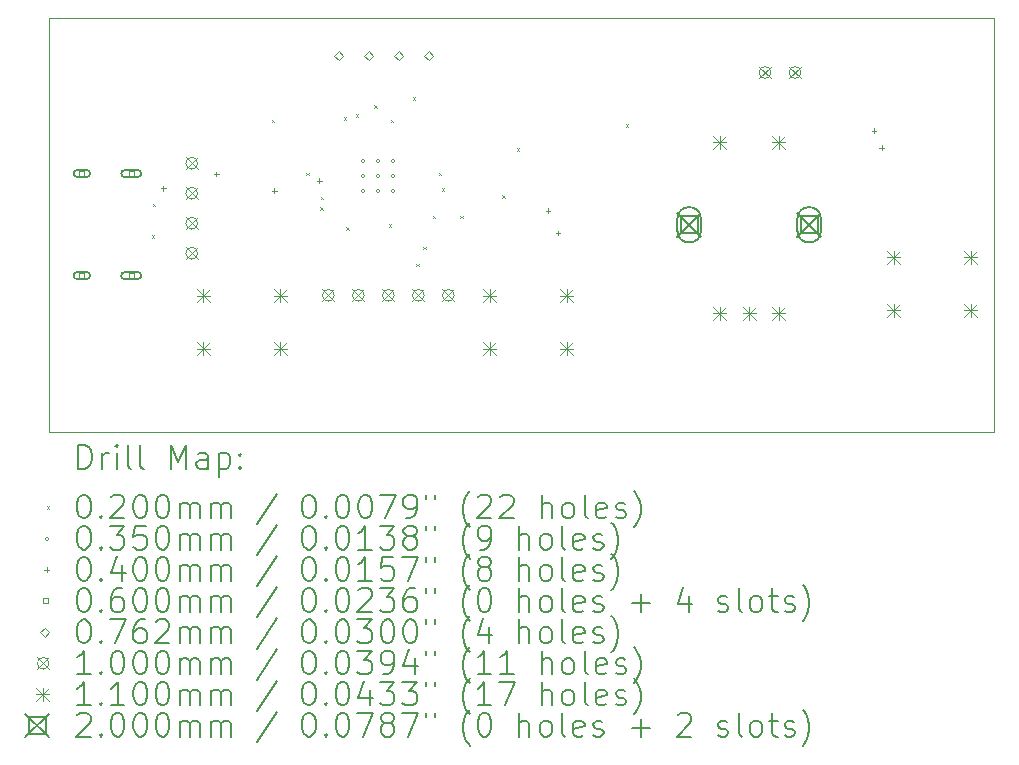
<source format=gbr>
%TF.GenerationSoftware,KiCad,Pcbnew,7.0.1-0*%
%TF.CreationDate,2023-04-02T15:37:35-05:00*%
%TF.ProjectId,V0_Display,56305f44-6973-4706-9c61-792e6b696361,rev?*%
%TF.SameCoordinates,Original*%
%TF.FileFunction,Drillmap*%
%TF.FilePolarity,Positive*%
%FSLAX45Y45*%
G04 Gerber Fmt 4.5, Leading zero omitted, Abs format (unit mm)*
G04 Created by KiCad (PCBNEW 7.0.1-0) date 2023-04-02 15:37:35*
%MOMM*%
%LPD*%
G01*
G04 APERTURE LIST*
%ADD10C,0.050000*%
%ADD11C,0.200000*%
%ADD12C,0.020000*%
%ADD13C,0.035000*%
%ADD14C,0.040000*%
%ADD15C,0.060000*%
%ADD16C,0.076200*%
%ADD17C,0.100000*%
%ADD18C,0.110000*%
G04 APERTURE END LIST*
D10*
X8517000Y-8465000D02*
X8517000Y-4965000D01*
X8517000Y-4965000D02*
X16517000Y-4965000D01*
X16517000Y-8465000D02*
X8517000Y-8465000D01*
X16517000Y-4965000D02*
X16517000Y-8465000D01*
D11*
D12*
X9382000Y-6805000D02*
X9402000Y-6825000D01*
X9402000Y-6805000D02*
X9382000Y-6825000D01*
X9392000Y-6535000D02*
X9412000Y-6555000D01*
X9412000Y-6535000D02*
X9392000Y-6555000D01*
X10403000Y-5827750D02*
X10423000Y-5847750D01*
X10423000Y-5827750D02*
X10403000Y-5847750D01*
X10692000Y-6277450D02*
X10712000Y-6297450D01*
X10712000Y-6277450D02*
X10692000Y-6297450D01*
X10810000Y-6567000D02*
X10830000Y-6587000D01*
X10830000Y-6567000D02*
X10810000Y-6587000D01*
X10814500Y-6479950D02*
X10834500Y-6499950D01*
X10834500Y-6479950D02*
X10814500Y-6499950D01*
X11012000Y-5805000D02*
X11032000Y-5825000D01*
X11032000Y-5805000D02*
X11012000Y-5825000D01*
X11032000Y-6735000D02*
X11052000Y-6755000D01*
X11052000Y-6735000D02*
X11032000Y-6755000D01*
X11111500Y-5780500D02*
X11131500Y-5800500D01*
X11131500Y-5780500D02*
X11111500Y-5800500D01*
X11266768Y-5701768D02*
X11286768Y-5721768D01*
X11286768Y-5701768D02*
X11266768Y-5721768D01*
X11391000Y-6712000D02*
X11411000Y-6732000D01*
X11411000Y-6712000D02*
X11391000Y-6732000D01*
X11407889Y-5825889D02*
X11427889Y-5845889D01*
X11427889Y-5825889D02*
X11407889Y-5845889D01*
X11595000Y-5635000D02*
X11615000Y-5655000D01*
X11615000Y-5635000D02*
X11595000Y-5655000D01*
X11623000Y-7046000D02*
X11643000Y-7066000D01*
X11643000Y-7046000D02*
X11623000Y-7066000D01*
X11683000Y-6904000D02*
X11703000Y-6924000D01*
X11703000Y-6904000D02*
X11683000Y-6924000D01*
X11761000Y-6640000D02*
X11781000Y-6660000D01*
X11781000Y-6640000D02*
X11761000Y-6660000D01*
X11817000Y-6275000D02*
X11837000Y-6295000D01*
X11837000Y-6275000D02*
X11817000Y-6295000D01*
X11839104Y-6406896D02*
X11859104Y-6426896D01*
X11859104Y-6406896D02*
X11839104Y-6426896D01*
X11995000Y-6640000D02*
X12015000Y-6660000D01*
X12015000Y-6640000D02*
X11995000Y-6660000D01*
X12351000Y-6465000D02*
X12371000Y-6485000D01*
X12371000Y-6465000D02*
X12351000Y-6485000D01*
X12476500Y-6067500D02*
X12496500Y-6087500D01*
X12496500Y-6067500D02*
X12476500Y-6087500D01*
X13398180Y-5863820D02*
X13418180Y-5883820D01*
X13418180Y-5863820D02*
X13398180Y-5883820D01*
D13*
X11190000Y-6172500D02*
G75*
G03*
X11190000Y-6172500I-17500J0D01*
G01*
X11190000Y-6300000D02*
G75*
G03*
X11190000Y-6300000I-17500J0D01*
G01*
X11190000Y-6427500D02*
G75*
G03*
X11190000Y-6427500I-17500J0D01*
G01*
X11317500Y-6172500D02*
G75*
G03*
X11317500Y-6172500I-17500J0D01*
G01*
X11317500Y-6300000D02*
G75*
G03*
X11317500Y-6300000I-17500J0D01*
G01*
X11317500Y-6427500D02*
G75*
G03*
X11317500Y-6427500I-17500J0D01*
G01*
X11445000Y-6172500D02*
G75*
G03*
X11445000Y-6172500I-17500J0D01*
G01*
X11445000Y-6300000D02*
G75*
G03*
X11445000Y-6300000I-17500J0D01*
G01*
X11445000Y-6427500D02*
G75*
G03*
X11445000Y-6427500I-17500J0D01*
G01*
D14*
X9482000Y-6385000D02*
X9482000Y-6425000D01*
X9462000Y-6405000D02*
X9502000Y-6405000D01*
X9932000Y-6265000D02*
X9932000Y-6305000D01*
X9912000Y-6285000D02*
X9952000Y-6285000D01*
X10422000Y-6405000D02*
X10422000Y-6445000D01*
X10402000Y-6425000D02*
X10442000Y-6425000D01*
X10803000Y-6320000D02*
X10803000Y-6360000D01*
X10783000Y-6340000D02*
X10823000Y-6340000D01*
X12739000Y-6575000D02*
X12739000Y-6615000D01*
X12719000Y-6595000D02*
X12759000Y-6595000D01*
X12824000Y-6765000D02*
X12824000Y-6805000D01*
X12804000Y-6785000D02*
X12844000Y-6785000D01*
X15499123Y-5896877D02*
X15499123Y-5936877D01*
X15479123Y-5916877D02*
X15519123Y-5916877D01*
X15563000Y-6042000D02*
X15563000Y-6082000D01*
X15543000Y-6062000D02*
X15583000Y-6062000D01*
D15*
X8813213Y-6302213D02*
X8813213Y-6259787D01*
X8770787Y-6259787D01*
X8770787Y-6302213D01*
X8813213Y-6302213D01*
D11*
X8752000Y-6311000D02*
X8832000Y-6311000D01*
X8832000Y-6311000D02*
G75*
G03*
X8832000Y-6251000I0J30000D01*
G01*
X8832000Y-6251000D02*
X8752000Y-6251000D01*
X8752000Y-6251000D02*
G75*
G03*
X8752000Y-6311000I0J-30000D01*
G01*
D15*
X8813213Y-7166213D02*
X8813213Y-7123787D01*
X8770787Y-7123787D01*
X8770787Y-7166213D01*
X8813213Y-7166213D01*
D11*
X8752000Y-7175000D02*
X8832000Y-7175000D01*
X8832000Y-7175000D02*
G75*
G03*
X8832000Y-7115000I0J30000D01*
G01*
X8832000Y-7115000D02*
X8752000Y-7115000D01*
X8752000Y-7115000D02*
G75*
G03*
X8752000Y-7175000I0J-30000D01*
G01*
D15*
X9231213Y-6302213D02*
X9231213Y-6259787D01*
X9188787Y-6259787D01*
X9188787Y-6302213D01*
X9231213Y-6302213D01*
D11*
X9155000Y-6311000D02*
X9265000Y-6311000D01*
X9265000Y-6311000D02*
G75*
G03*
X9265000Y-6251000I0J30000D01*
G01*
X9265000Y-6251000D02*
X9155000Y-6251000D01*
X9155000Y-6251000D02*
G75*
G03*
X9155000Y-6311000I0J-30000D01*
G01*
D15*
X9231213Y-7166213D02*
X9231213Y-7123787D01*
X9188787Y-7123787D01*
X9188787Y-7166213D01*
X9231213Y-7166213D01*
D11*
X9155000Y-7175000D02*
X9265000Y-7175000D01*
X9265000Y-7175000D02*
G75*
G03*
X9265000Y-7115000I0J30000D01*
G01*
X9265000Y-7115000D02*
X9155000Y-7115000D01*
X9155000Y-7115000D02*
G75*
G03*
X9155000Y-7175000I0J-30000D01*
G01*
D16*
X10966000Y-5323100D02*
X11004100Y-5285000D01*
X10966000Y-5246900D01*
X10927900Y-5285000D01*
X10966000Y-5323100D01*
X11220000Y-5323100D02*
X11258100Y-5285000D01*
X11220000Y-5246900D01*
X11181900Y-5285000D01*
X11220000Y-5323100D01*
X11474000Y-5323100D02*
X11512100Y-5285000D01*
X11474000Y-5246900D01*
X11435900Y-5285000D01*
X11474000Y-5323100D01*
X11728000Y-5323100D02*
X11766100Y-5285000D01*
X11728000Y-5246900D01*
X11689900Y-5285000D01*
X11728000Y-5323100D01*
D17*
X9672000Y-6143000D02*
X9772000Y-6243000D01*
X9772000Y-6143000D02*
X9672000Y-6243000D01*
X9772000Y-6193000D02*
G75*
G03*
X9772000Y-6193000I-50000J0D01*
G01*
X9672000Y-6397000D02*
X9772000Y-6497000D01*
X9772000Y-6397000D02*
X9672000Y-6497000D01*
X9772000Y-6447000D02*
G75*
G03*
X9772000Y-6447000I-50000J0D01*
G01*
X9672000Y-6651000D02*
X9772000Y-6751000D01*
X9772000Y-6651000D02*
X9672000Y-6751000D01*
X9772000Y-6701000D02*
G75*
G03*
X9772000Y-6701000I-50000J0D01*
G01*
X9672000Y-6905000D02*
X9772000Y-7005000D01*
X9772000Y-6905000D02*
X9672000Y-7005000D01*
X9772000Y-6955000D02*
G75*
G03*
X9772000Y-6955000I-50000J0D01*
G01*
X10829500Y-7262000D02*
X10929500Y-7362000D01*
X10929500Y-7262000D02*
X10829500Y-7362000D01*
X10929500Y-7312000D02*
G75*
G03*
X10929500Y-7312000I-50000J0D01*
G01*
X11083500Y-7262000D02*
X11183500Y-7362000D01*
X11183500Y-7262000D02*
X11083500Y-7362000D01*
X11183500Y-7312000D02*
G75*
G03*
X11183500Y-7312000I-50000J0D01*
G01*
X11337500Y-7262000D02*
X11437500Y-7362000D01*
X11437500Y-7262000D02*
X11337500Y-7362000D01*
X11437500Y-7312000D02*
G75*
G03*
X11437500Y-7312000I-50000J0D01*
G01*
X11591500Y-7262000D02*
X11691500Y-7362000D01*
X11691500Y-7262000D02*
X11591500Y-7362000D01*
X11691500Y-7312000D02*
G75*
G03*
X11691500Y-7312000I-50000J0D01*
G01*
X11845500Y-7262000D02*
X11945500Y-7362000D01*
X11945500Y-7262000D02*
X11845500Y-7362000D01*
X11945500Y-7312000D02*
G75*
G03*
X11945500Y-7312000I-50000J0D01*
G01*
X14526000Y-5376000D02*
X14626000Y-5476000D01*
X14626000Y-5376000D02*
X14526000Y-5476000D01*
X14626000Y-5426000D02*
G75*
G03*
X14626000Y-5426000I-50000J0D01*
G01*
X14780000Y-5376000D02*
X14880000Y-5476000D01*
X14880000Y-5376000D02*
X14780000Y-5476000D01*
X14880000Y-5426000D02*
G75*
G03*
X14880000Y-5426000I-50000J0D01*
G01*
D18*
X9767000Y-7259500D02*
X9877000Y-7369500D01*
X9877000Y-7259500D02*
X9767000Y-7369500D01*
X9822000Y-7259500D02*
X9822000Y-7369500D01*
X9767000Y-7314500D02*
X9877000Y-7314500D01*
X9767000Y-7709500D02*
X9877000Y-7819500D01*
X9877000Y-7709500D02*
X9767000Y-7819500D01*
X9822000Y-7709500D02*
X9822000Y-7819500D01*
X9767000Y-7764500D02*
X9877000Y-7764500D01*
X10417000Y-7259500D02*
X10527000Y-7369500D01*
X10527000Y-7259500D02*
X10417000Y-7369500D01*
X10472000Y-7259500D02*
X10472000Y-7369500D01*
X10417000Y-7314500D02*
X10527000Y-7314500D01*
X10417000Y-7709500D02*
X10527000Y-7819500D01*
X10527000Y-7709500D02*
X10417000Y-7819500D01*
X10472000Y-7709500D02*
X10472000Y-7819500D01*
X10417000Y-7764500D02*
X10527000Y-7764500D01*
X12192500Y-7259500D02*
X12302500Y-7369500D01*
X12302500Y-7259500D02*
X12192500Y-7369500D01*
X12247500Y-7259500D02*
X12247500Y-7369500D01*
X12192500Y-7314500D02*
X12302500Y-7314500D01*
X12192500Y-7709500D02*
X12302500Y-7819500D01*
X12302500Y-7709500D02*
X12192500Y-7819500D01*
X12247500Y-7709500D02*
X12247500Y-7819500D01*
X12192500Y-7764500D02*
X12302500Y-7764500D01*
X12842500Y-7259500D02*
X12952500Y-7369500D01*
X12952500Y-7259500D02*
X12842500Y-7369500D01*
X12897500Y-7259500D02*
X12897500Y-7369500D01*
X12842500Y-7314500D02*
X12952500Y-7314500D01*
X12842500Y-7709500D02*
X12952500Y-7819500D01*
X12952500Y-7709500D02*
X12842500Y-7819500D01*
X12897500Y-7709500D02*
X12897500Y-7819500D01*
X12842500Y-7764500D02*
X12952500Y-7764500D01*
X14137000Y-5960000D02*
X14247000Y-6070000D01*
X14247000Y-5960000D02*
X14137000Y-6070000D01*
X14192000Y-5960000D02*
X14192000Y-6070000D01*
X14137000Y-6015000D02*
X14247000Y-6015000D01*
X14137000Y-7410000D02*
X14247000Y-7520000D01*
X14247000Y-7410000D02*
X14137000Y-7520000D01*
X14192000Y-7410000D02*
X14192000Y-7520000D01*
X14137000Y-7465000D02*
X14247000Y-7465000D01*
X14387000Y-7410000D02*
X14497000Y-7520000D01*
X14497000Y-7410000D02*
X14387000Y-7520000D01*
X14442000Y-7410000D02*
X14442000Y-7520000D01*
X14387000Y-7465000D02*
X14497000Y-7465000D01*
X14637000Y-5960000D02*
X14747000Y-6070000D01*
X14747000Y-5960000D02*
X14637000Y-6070000D01*
X14692000Y-5960000D02*
X14692000Y-6070000D01*
X14637000Y-6015000D02*
X14747000Y-6015000D01*
X14637000Y-7410000D02*
X14747000Y-7520000D01*
X14747000Y-7410000D02*
X14637000Y-7520000D01*
X14692000Y-7410000D02*
X14692000Y-7520000D01*
X14637000Y-7465000D02*
X14747000Y-7465000D01*
X15612000Y-6935000D02*
X15722000Y-7045000D01*
X15722000Y-6935000D02*
X15612000Y-7045000D01*
X15667000Y-6935000D02*
X15667000Y-7045000D01*
X15612000Y-6990000D02*
X15722000Y-6990000D01*
X15612000Y-7385000D02*
X15722000Y-7495000D01*
X15722000Y-7385000D02*
X15612000Y-7495000D01*
X15667000Y-7385000D02*
X15667000Y-7495000D01*
X15612000Y-7440000D02*
X15722000Y-7440000D01*
X16262000Y-6935000D02*
X16372000Y-7045000D01*
X16372000Y-6935000D02*
X16262000Y-7045000D01*
X16317000Y-6935000D02*
X16317000Y-7045000D01*
X16262000Y-6990000D02*
X16372000Y-6990000D01*
X16262000Y-7385000D02*
X16372000Y-7495000D01*
X16372000Y-7385000D02*
X16262000Y-7495000D01*
X16317000Y-7385000D02*
X16317000Y-7495000D01*
X16262000Y-7440000D02*
X16372000Y-7440000D01*
D11*
X13834000Y-6615000D02*
X14034000Y-6815000D01*
X14034000Y-6615000D02*
X13834000Y-6815000D01*
X14004711Y-6785711D02*
X14004711Y-6644289D01*
X13863289Y-6644289D01*
X13863289Y-6785711D01*
X14004711Y-6785711D01*
X13834000Y-6665000D02*
X13834000Y-6765000D01*
X13834000Y-6765000D02*
G75*
G03*
X14034000Y-6765000I100000J0D01*
G01*
X14034000Y-6765000D02*
X14034000Y-6665000D01*
X14034000Y-6665000D02*
G75*
G03*
X13834000Y-6665000I-100000J0D01*
G01*
X14850000Y-6615000D02*
X15050000Y-6815000D01*
X15050000Y-6615000D02*
X14850000Y-6815000D01*
X15020711Y-6785711D02*
X15020711Y-6644289D01*
X14879289Y-6644289D01*
X14879289Y-6785711D01*
X15020711Y-6785711D01*
X15050000Y-6765000D02*
X15050000Y-6665000D01*
X15050000Y-6665000D02*
G75*
G03*
X14850000Y-6665000I-100000J0D01*
G01*
X14850000Y-6665000D02*
X14850000Y-6765000D01*
X14850000Y-6765000D02*
G75*
G03*
X15050000Y-6765000I100000J0D01*
G01*
X8762119Y-8780024D02*
X8762119Y-8580024D01*
X8762119Y-8580024D02*
X8809738Y-8580024D01*
X8809738Y-8580024D02*
X8838310Y-8589548D01*
X8838310Y-8589548D02*
X8857357Y-8608595D01*
X8857357Y-8608595D02*
X8866881Y-8627643D01*
X8866881Y-8627643D02*
X8876405Y-8665738D01*
X8876405Y-8665738D02*
X8876405Y-8694310D01*
X8876405Y-8694310D02*
X8866881Y-8732405D01*
X8866881Y-8732405D02*
X8857357Y-8751452D01*
X8857357Y-8751452D02*
X8838310Y-8770500D01*
X8838310Y-8770500D02*
X8809738Y-8780024D01*
X8809738Y-8780024D02*
X8762119Y-8780024D01*
X8962119Y-8780024D02*
X8962119Y-8646690D01*
X8962119Y-8684786D02*
X8971643Y-8665738D01*
X8971643Y-8665738D02*
X8981167Y-8656214D01*
X8981167Y-8656214D02*
X9000214Y-8646690D01*
X9000214Y-8646690D02*
X9019262Y-8646690D01*
X9085929Y-8780024D02*
X9085929Y-8646690D01*
X9085929Y-8580024D02*
X9076405Y-8589548D01*
X9076405Y-8589548D02*
X9085929Y-8599071D01*
X9085929Y-8599071D02*
X9095452Y-8589548D01*
X9095452Y-8589548D02*
X9085929Y-8580024D01*
X9085929Y-8580024D02*
X9085929Y-8599071D01*
X9209738Y-8780024D02*
X9190690Y-8770500D01*
X9190690Y-8770500D02*
X9181167Y-8751452D01*
X9181167Y-8751452D02*
X9181167Y-8580024D01*
X9314500Y-8780024D02*
X9295452Y-8770500D01*
X9295452Y-8770500D02*
X9285929Y-8751452D01*
X9285929Y-8751452D02*
X9285929Y-8580024D01*
X9543071Y-8780024D02*
X9543071Y-8580024D01*
X9543071Y-8580024D02*
X9609738Y-8722881D01*
X9609738Y-8722881D02*
X9676405Y-8580024D01*
X9676405Y-8580024D02*
X9676405Y-8780024D01*
X9857357Y-8780024D02*
X9857357Y-8675262D01*
X9857357Y-8675262D02*
X9847833Y-8656214D01*
X9847833Y-8656214D02*
X9828786Y-8646690D01*
X9828786Y-8646690D02*
X9790690Y-8646690D01*
X9790690Y-8646690D02*
X9771643Y-8656214D01*
X9857357Y-8770500D02*
X9838310Y-8780024D01*
X9838310Y-8780024D02*
X9790690Y-8780024D01*
X9790690Y-8780024D02*
X9771643Y-8770500D01*
X9771643Y-8770500D02*
X9762119Y-8751452D01*
X9762119Y-8751452D02*
X9762119Y-8732405D01*
X9762119Y-8732405D02*
X9771643Y-8713357D01*
X9771643Y-8713357D02*
X9790690Y-8703833D01*
X9790690Y-8703833D02*
X9838310Y-8703833D01*
X9838310Y-8703833D02*
X9857357Y-8694310D01*
X9952595Y-8646690D02*
X9952595Y-8846690D01*
X9952595Y-8656214D02*
X9971643Y-8646690D01*
X9971643Y-8646690D02*
X10009738Y-8646690D01*
X10009738Y-8646690D02*
X10028786Y-8656214D01*
X10028786Y-8656214D02*
X10038310Y-8665738D01*
X10038310Y-8665738D02*
X10047833Y-8684786D01*
X10047833Y-8684786D02*
X10047833Y-8741929D01*
X10047833Y-8741929D02*
X10038310Y-8760976D01*
X10038310Y-8760976D02*
X10028786Y-8770500D01*
X10028786Y-8770500D02*
X10009738Y-8780024D01*
X10009738Y-8780024D02*
X9971643Y-8780024D01*
X9971643Y-8780024D02*
X9952595Y-8770500D01*
X10133548Y-8760976D02*
X10143071Y-8770500D01*
X10143071Y-8770500D02*
X10133548Y-8780024D01*
X10133548Y-8780024D02*
X10124024Y-8770500D01*
X10124024Y-8770500D02*
X10133548Y-8760976D01*
X10133548Y-8760976D02*
X10133548Y-8780024D01*
X10133548Y-8656214D02*
X10143071Y-8665738D01*
X10143071Y-8665738D02*
X10133548Y-8675262D01*
X10133548Y-8675262D02*
X10124024Y-8665738D01*
X10124024Y-8665738D02*
X10133548Y-8656214D01*
X10133548Y-8656214D02*
X10133548Y-8675262D01*
D12*
X8494500Y-9097500D02*
X8514500Y-9117500D01*
X8514500Y-9097500D02*
X8494500Y-9117500D01*
D11*
X8800214Y-9000024D02*
X8819262Y-9000024D01*
X8819262Y-9000024D02*
X8838310Y-9009548D01*
X8838310Y-9009548D02*
X8847833Y-9019071D01*
X8847833Y-9019071D02*
X8857357Y-9038119D01*
X8857357Y-9038119D02*
X8866881Y-9076214D01*
X8866881Y-9076214D02*
X8866881Y-9123833D01*
X8866881Y-9123833D02*
X8857357Y-9161929D01*
X8857357Y-9161929D02*
X8847833Y-9180976D01*
X8847833Y-9180976D02*
X8838310Y-9190500D01*
X8838310Y-9190500D02*
X8819262Y-9200024D01*
X8819262Y-9200024D02*
X8800214Y-9200024D01*
X8800214Y-9200024D02*
X8781167Y-9190500D01*
X8781167Y-9190500D02*
X8771643Y-9180976D01*
X8771643Y-9180976D02*
X8762119Y-9161929D01*
X8762119Y-9161929D02*
X8752595Y-9123833D01*
X8752595Y-9123833D02*
X8752595Y-9076214D01*
X8752595Y-9076214D02*
X8762119Y-9038119D01*
X8762119Y-9038119D02*
X8771643Y-9019071D01*
X8771643Y-9019071D02*
X8781167Y-9009548D01*
X8781167Y-9009548D02*
X8800214Y-9000024D01*
X8952595Y-9180976D02*
X8962119Y-9190500D01*
X8962119Y-9190500D02*
X8952595Y-9200024D01*
X8952595Y-9200024D02*
X8943071Y-9190500D01*
X8943071Y-9190500D02*
X8952595Y-9180976D01*
X8952595Y-9180976D02*
X8952595Y-9200024D01*
X9038310Y-9019071D02*
X9047833Y-9009548D01*
X9047833Y-9009548D02*
X9066881Y-9000024D01*
X9066881Y-9000024D02*
X9114500Y-9000024D01*
X9114500Y-9000024D02*
X9133548Y-9009548D01*
X9133548Y-9009548D02*
X9143071Y-9019071D01*
X9143071Y-9019071D02*
X9152595Y-9038119D01*
X9152595Y-9038119D02*
X9152595Y-9057167D01*
X9152595Y-9057167D02*
X9143071Y-9085738D01*
X9143071Y-9085738D02*
X9028786Y-9200024D01*
X9028786Y-9200024D02*
X9152595Y-9200024D01*
X9276405Y-9000024D02*
X9295452Y-9000024D01*
X9295452Y-9000024D02*
X9314500Y-9009548D01*
X9314500Y-9009548D02*
X9324024Y-9019071D01*
X9324024Y-9019071D02*
X9333548Y-9038119D01*
X9333548Y-9038119D02*
X9343071Y-9076214D01*
X9343071Y-9076214D02*
X9343071Y-9123833D01*
X9343071Y-9123833D02*
X9333548Y-9161929D01*
X9333548Y-9161929D02*
X9324024Y-9180976D01*
X9324024Y-9180976D02*
X9314500Y-9190500D01*
X9314500Y-9190500D02*
X9295452Y-9200024D01*
X9295452Y-9200024D02*
X9276405Y-9200024D01*
X9276405Y-9200024D02*
X9257357Y-9190500D01*
X9257357Y-9190500D02*
X9247833Y-9180976D01*
X9247833Y-9180976D02*
X9238310Y-9161929D01*
X9238310Y-9161929D02*
X9228786Y-9123833D01*
X9228786Y-9123833D02*
X9228786Y-9076214D01*
X9228786Y-9076214D02*
X9238310Y-9038119D01*
X9238310Y-9038119D02*
X9247833Y-9019071D01*
X9247833Y-9019071D02*
X9257357Y-9009548D01*
X9257357Y-9009548D02*
X9276405Y-9000024D01*
X9466881Y-9000024D02*
X9485929Y-9000024D01*
X9485929Y-9000024D02*
X9504976Y-9009548D01*
X9504976Y-9009548D02*
X9514500Y-9019071D01*
X9514500Y-9019071D02*
X9524024Y-9038119D01*
X9524024Y-9038119D02*
X9533548Y-9076214D01*
X9533548Y-9076214D02*
X9533548Y-9123833D01*
X9533548Y-9123833D02*
X9524024Y-9161929D01*
X9524024Y-9161929D02*
X9514500Y-9180976D01*
X9514500Y-9180976D02*
X9504976Y-9190500D01*
X9504976Y-9190500D02*
X9485929Y-9200024D01*
X9485929Y-9200024D02*
X9466881Y-9200024D01*
X9466881Y-9200024D02*
X9447833Y-9190500D01*
X9447833Y-9190500D02*
X9438310Y-9180976D01*
X9438310Y-9180976D02*
X9428786Y-9161929D01*
X9428786Y-9161929D02*
X9419262Y-9123833D01*
X9419262Y-9123833D02*
X9419262Y-9076214D01*
X9419262Y-9076214D02*
X9428786Y-9038119D01*
X9428786Y-9038119D02*
X9438310Y-9019071D01*
X9438310Y-9019071D02*
X9447833Y-9009548D01*
X9447833Y-9009548D02*
X9466881Y-9000024D01*
X9619262Y-9200024D02*
X9619262Y-9066690D01*
X9619262Y-9085738D02*
X9628786Y-9076214D01*
X9628786Y-9076214D02*
X9647833Y-9066690D01*
X9647833Y-9066690D02*
X9676405Y-9066690D01*
X9676405Y-9066690D02*
X9695452Y-9076214D01*
X9695452Y-9076214D02*
X9704976Y-9095262D01*
X9704976Y-9095262D02*
X9704976Y-9200024D01*
X9704976Y-9095262D02*
X9714500Y-9076214D01*
X9714500Y-9076214D02*
X9733548Y-9066690D01*
X9733548Y-9066690D02*
X9762119Y-9066690D01*
X9762119Y-9066690D02*
X9781167Y-9076214D01*
X9781167Y-9076214D02*
X9790691Y-9095262D01*
X9790691Y-9095262D02*
X9790691Y-9200024D01*
X9885929Y-9200024D02*
X9885929Y-9066690D01*
X9885929Y-9085738D02*
X9895452Y-9076214D01*
X9895452Y-9076214D02*
X9914500Y-9066690D01*
X9914500Y-9066690D02*
X9943072Y-9066690D01*
X9943072Y-9066690D02*
X9962119Y-9076214D01*
X9962119Y-9076214D02*
X9971643Y-9095262D01*
X9971643Y-9095262D02*
X9971643Y-9200024D01*
X9971643Y-9095262D02*
X9981167Y-9076214D01*
X9981167Y-9076214D02*
X10000214Y-9066690D01*
X10000214Y-9066690D02*
X10028786Y-9066690D01*
X10028786Y-9066690D02*
X10047833Y-9076214D01*
X10047833Y-9076214D02*
X10057357Y-9095262D01*
X10057357Y-9095262D02*
X10057357Y-9200024D01*
X10447833Y-8990500D02*
X10276405Y-9247643D01*
X10704976Y-9000024D02*
X10724024Y-9000024D01*
X10724024Y-9000024D02*
X10743072Y-9009548D01*
X10743072Y-9009548D02*
X10752595Y-9019071D01*
X10752595Y-9019071D02*
X10762119Y-9038119D01*
X10762119Y-9038119D02*
X10771643Y-9076214D01*
X10771643Y-9076214D02*
X10771643Y-9123833D01*
X10771643Y-9123833D02*
X10762119Y-9161929D01*
X10762119Y-9161929D02*
X10752595Y-9180976D01*
X10752595Y-9180976D02*
X10743072Y-9190500D01*
X10743072Y-9190500D02*
X10724024Y-9200024D01*
X10724024Y-9200024D02*
X10704976Y-9200024D01*
X10704976Y-9200024D02*
X10685929Y-9190500D01*
X10685929Y-9190500D02*
X10676405Y-9180976D01*
X10676405Y-9180976D02*
X10666881Y-9161929D01*
X10666881Y-9161929D02*
X10657357Y-9123833D01*
X10657357Y-9123833D02*
X10657357Y-9076214D01*
X10657357Y-9076214D02*
X10666881Y-9038119D01*
X10666881Y-9038119D02*
X10676405Y-9019071D01*
X10676405Y-9019071D02*
X10685929Y-9009548D01*
X10685929Y-9009548D02*
X10704976Y-9000024D01*
X10857357Y-9180976D02*
X10866881Y-9190500D01*
X10866881Y-9190500D02*
X10857357Y-9200024D01*
X10857357Y-9200024D02*
X10847834Y-9190500D01*
X10847834Y-9190500D02*
X10857357Y-9180976D01*
X10857357Y-9180976D02*
X10857357Y-9200024D01*
X10990691Y-9000024D02*
X11009738Y-9000024D01*
X11009738Y-9000024D02*
X11028786Y-9009548D01*
X11028786Y-9009548D02*
X11038310Y-9019071D01*
X11038310Y-9019071D02*
X11047834Y-9038119D01*
X11047834Y-9038119D02*
X11057357Y-9076214D01*
X11057357Y-9076214D02*
X11057357Y-9123833D01*
X11057357Y-9123833D02*
X11047834Y-9161929D01*
X11047834Y-9161929D02*
X11038310Y-9180976D01*
X11038310Y-9180976D02*
X11028786Y-9190500D01*
X11028786Y-9190500D02*
X11009738Y-9200024D01*
X11009738Y-9200024D02*
X10990691Y-9200024D01*
X10990691Y-9200024D02*
X10971643Y-9190500D01*
X10971643Y-9190500D02*
X10962119Y-9180976D01*
X10962119Y-9180976D02*
X10952595Y-9161929D01*
X10952595Y-9161929D02*
X10943072Y-9123833D01*
X10943072Y-9123833D02*
X10943072Y-9076214D01*
X10943072Y-9076214D02*
X10952595Y-9038119D01*
X10952595Y-9038119D02*
X10962119Y-9019071D01*
X10962119Y-9019071D02*
X10971643Y-9009548D01*
X10971643Y-9009548D02*
X10990691Y-9000024D01*
X11181167Y-9000024D02*
X11200214Y-9000024D01*
X11200214Y-9000024D02*
X11219262Y-9009548D01*
X11219262Y-9009548D02*
X11228786Y-9019071D01*
X11228786Y-9019071D02*
X11238310Y-9038119D01*
X11238310Y-9038119D02*
X11247833Y-9076214D01*
X11247833Y-9076214D02*
X11247833Y-9123833D01*
X11247833Y-9123833D02*
X11238310Y-9161929D01*
X11238310Y-9161929D02*
X11228786Y-9180976D01*
X11228786Y-9180976D02*
X11219262Y-9190500D01*
X11219262Y-9190500D02*
X11200214Y-9200024D01*
X11200214Y-9200024D02*
X11181167Y-9200024D01*
X11181167Y-9200024D02*
X11162119Y-9190500D01*
X11162119Y-9190500D02*
X11152595Y-9180976D01*
X11152595Y-9180976D02*
X11143072Y-9161929D01*
X11143072Y-9161929D02*
X11133548Y-9123833D01*
X11133548Y-9123833D02*
X11133548Y-9076214D01*
X11133548Y-9076214D02*
X11143072Y-9038119D01*
X11143072Y-9038119D02*
X11152595Y-9019071D01*
X11152595Y-9019071D02*
X11162119Y-9009548D01*
X11162119Y-9009548D02*
X11181167Y-9000024D01*
X11314500Y-9000024D02*
X11447833Y-9000024D01*
X11447833Y-9000024D02*
X11362119Y-9200024D01*
X11533548Y-9200024D02*
X11571643Y-9200024D01*
X11571643Y-9200024D02*
X11590691Y-9190500D01*
X11590691Y-9190500D02*
X11600214Y-9180976D01*
X11600214Y-9180976D02*
X11619262Y-9152405D01*
X11619262Y-9152405D02*
X11628786Y-9114310D01*
X11628786Y-9114310D02*
X11628786Y-9038119D01*
X11628786Y-9038119D02*
X11619262Y-9019071D01*
X11619262Y-9019071D02*
X11609738Y-9009548D01*
X11609738Y-9009548D02*
X11590691Y-9000024D01*
X11590691Y-9000024D02*
X11552595Y-9000024D01*
X11552595Y-9000024D02*
X11533548Y-9009548D01*
X11533548Y-9009548D02*
X11524024Y-9019071D01*
X11524024Y-9019071D02*
X11514500Y-9038119D01*
X11514500Y-9038119D02*
X11514500Y-9085738D01*
X11514500Y-9085738D02*
X11524024Y-9104786D01*
X11524024Y-9104786D02*
X11533548Y-9114310D01*
X11533548Y-9114310D02*
X11552595Y-9123833D01*
X11552595Y-9123833D02*
X11590691Y-9123833D01*
X11590691Y-9123833D02*
X11609738Y-9114310D01*
X11609738Y-9114310D02*
X11619262Y-9104786D01*
X11619262Y-9104786D02*
X11628786Y-9085738D01*
X11704976Y-9000024D02*
X11704976Y-9038119D01*
X11781167Y-9000024D02*
X11781167Y-9038119D01*
X12076405Y-9276214D02*
X12066881Y-9266690D01*
X12066881Y-9266690D02*
X12047834Y-9238119D01*
X12047834Y-9238119D02*
X12038310Y-9219071D01*
X12038310Y-9219071D02*
X12028786Y-9190500D01*
X12028786Y-9190500D02*
X12019262Y-9142881D01*
X12019262Y-9142881D02*
X12019262Y-9104786D01*
X12019262Y-9104786D02*
X12028786Y-9057167D01*
X12028786Y-9057167D02*
X12038310Y-9028595D01*
X12038310Y-9028595D02*
X12047834Y-9009548D01*
X12047834Y-9009548D02*
X12066881Y-8980976D01*
X12066881Y-8980976D02*
X12076405Y-8971452D01*
X12143072Y-9019071D02*
X12152595Y-9009548D01*
X12152595Y-9009548D02*
X12171643Y-9000024D01*
X12171643Y-9000024D02*
X12219262Y-9000024D01*
X12219262Y-9000024D02*
X12238310Y-9009548D01*
X12238310Y-9009548D02*
X12247834Y-9019071D01*
X12247834Y-9019071D02*
X12257357Y-9038119D01*
X12257357Y-9038119D02*
X12257357Y-9057167D01*
X12257357Y-9057167D02*
X12247834Y-9085738D01*
X12247834Y-9085738D02*
X12133548Y-9200024D01*
X12133548Y-9200024D02*
X12257357Y-9200024D01*
X12333548Y-9019071D02*
X12343072Y-9009548D01*
X12343072Y-9009548D02*
X12362119Y-9000024D01*
X12362119Y-9000024D02*
X12409738Y-9000024D01*
X12409738Y-9000024D02*
X12428786Y-9009548D01*
X12428786Y-9009548D02*
X12438310Y-9019071D01*
X12438310Y-9019071D02*
X12447834Y-9038119D01*
X12447834Y-9038119D02*
X12447834Y-9057167D01*
X12447834Y-9057167D02*
X12438310Y-9085738D01*
X12438310Y-9085738D02*
X12324024Y-9200024D01*
X12324024Y-9200024D02*
X12447834Y-9200024D01*
X12685929Y-9200024D02*
X12685929Y-9000024D01*
X12771643Y-9200024D02*
X12771643Y-9095262D01*
X12771643Y-9095262D02*
X12762119Y-9076214D01*
X12762119Y-9076214D02*
X12743072Y-9066690D01*
X12743072Y-9066690D02*
X12714500Y-9066690D01*
X12714500Y-9066690D02*
X12695453Y-9076214D01*
X12695453Y-9076214D02*
X12685929Y-9085738D01*
X12895453Y-9200024D02*
X12876405Y-9190500D01*
X12876405Y-9190500D02*
X12866881Y-9180976D01*
X12866881Y-9180976D02*
X12857357Y-9161929D01*
X12857357Y-9161929D02*
X12857357Y-9104786D01*
X12857357Y-9104786D02*
X12866881Y-9085738D01*
X12866881Y-9085738D02*
X12876405Y-9076214D01*
X12876405Y-9076214D02*
X12895453Y-9066690D01*
X12895453Y-9066690D02*
X12924024Y-9066690D01*
X12924024Y-9066690D02*
X12943072Y-9076214D01*
X12943072Y-9076214D02*
X12952596Y-9085738D01*
X12952596Y-9085738D02*
X12962119Y-9104786D01*
X12962119Y-9104786D02*
X12962119Y-9161929D01*
X12962119Y-9161929D02*
X12952596Y-9180976D01*
X12952596Y-9180976D02*
X12943072Y-9190500D01*
X12943072Y-9190500D02*
X12924024Y-9200024D01*
X12924024Y-9200024D02*
X12895453Y-9200024D01*
X13076405Y-9200024D02*
X13057357Y-9190500D01*
X13057357Y-9190500D02*
X13047834Y-9171452D01*
X13047834Y-9171452D02*
X13047834Y-9000024D01*
X13228786Y-9190500D02*
X13209738Y-9200024D01*
X13209738Y-9200024D02*
X13171643Y-9200024D01*
X13171643Y-9200024D02*
X13152596Y-9190500D01*
X13152596Y-9190500D02*
X13143072Y-9171452D01*
X13143072Y-9171452D02*
X13143072Y-9095262D01*
X13143072Y-9095262D02*
X13152596Y-9076214D01*
X13152596Y-9076214D02*
X13171643Y-9066690D01*
X13171643Y-9066690D02*
X13209738Y-9066690D01*
X13209738Y-9066690D02*
X13228786Y-9076214D01*
X13228786Y-9076214D02*
X13238310Y-9095262D01*
X13238310Y-9095262D02*
X13238310Y-9114310D01*
X13238310Y-9114310D02*
X13143072Y-9133357D01*
X13314500Y-9190500D02*
X13333548Y-9200024D01*
X13333548Y-9200024D02*
X13371643Y-9200024D01*
X13371643Y-9200024D02*
X13390691Y-9190500D01*
X13390691Y-9190500D02*
X13400215Y-9171452D01*
X13400215Y-9171452D02*
X13400215Y-9161929D01*
X13400215Y-9161929D02*
X13390691Y-9142881D01*
X13390691Y-9142881D02*
X13371643Y-9133357D01*
X13371643Y-9133357D02*
X13343072Y-9133357D01*
X13343072Y-9133357D02*
X13324024Y-9123833D01*
X13324024Y-9123833D02*
X13314500Y-9104786D01*
X13314500Y-9104786D02*
X13314500Y-9095262D01*
X13314500Y-9095262D02*
X13324024Y-9076214D01*
X13324024Y-9076214D02*
X13343072Y-9066690D01*
X13343072Y-9066690D02*
X13371643Y-9066690D01*
X13371643Y-9066690D02*
X13390691Y-9076214D01*
X13466881Y-9276214D02*
X13476405Y-9266690D01*
X13476405Y-9266690D02*
X13495453Y-9238119D01*
X13495453Y-9238119D02*
X13504977Y-9219071D01*
X13504977Y-9219071D02*
X13514500Y-9190500D01*
X13514500Y-9190500D02*
X13524024Y-9142881D01*
X13524024Y-9142881D02*
X13524024Y-9104786D01*
X13524024Y-9104786D02*
X13514500Y-9057167D01*
X13514500Y-9057167D02*
X13504977Y-9028595D01*
X13504977Y-9028595D02*
X13495453Y-9009548D01*
X13495453Y-9009548D02*
X13476405Y-8980976D01*
X13476405Y-8980976D02*
X13466881Y-8971452D01*
D13*
X8514500Y-9371500D02*
G75*
G03*
X8514500Y-9371500I-17500J0D01*
G01*
D11*
X8800214Y-9264024D02*
X8819262Y-9264024D01*
X8819262Y-9264024D02*
X8838310Y-9273548D01*
X8838310Y-9273548D02*
X8847833Y-9283071D01*
X8847833Y-9283071D02*
X8857357Y-9302119D01*
X8857357Y-9302119D02*
X8866881Y-9340214D01*
X8866881Y-9340214D02*
X8866881Y-9387833D01*
X8866881Y-9387833D02*
X8857357Y-9425929D01*
X8857357Y-9425929D02*
X8847833Y-9444976D01*
X8847833Y-9444976D02*
X8838310Y-9454500D01*
X8838310Y-9454500D02*
X8819262Y-9464024D01*
X8819262Y-9464024D02*
X8800214Y-9464024D01*
X8800214Y-9464024D02*
X8781167Y-9454500D01*
X8781167Y-9454500D02*
X8771643Y-9444976D01*
X8771643Y-9444976D02*
X8762119Y-9425929D01*
X8762119Y-9425929D02*
X8752595Y-9387833D01*
X8752595Y-9387833D02*
X8752595Y-9340214D01*
X8752595Y-9340214D02*
X8762119Y-9302119D01*
X8762119Y-9302119D02*
X8771643Y-9283071D01*
X8771643Y-9283071D02*
X8781167Y-9273548D01*
X8781167Y-9273548D02*
X8800214Y-9264024D01*
X8952595Y-9444976D02*
X8962119Y-9454500D01*
X8962119Y-9454500D02*
X8952595Y-9464024D01*
X8952595Y-9464024D02*
X8943071Y-9454500D01*
X8943071Y-9454500D02*
X8952595Y-9444976D01*
X8952595Y-9444976D02*
X8952595Y-9464024D01*
X9028786Y-9264024D02*
X9152595Y-9264024D01*
X9152595Y-9264024D02*
X9085929Y-9340214D01*
X9085929Y-9340214D02*
X9114500Y-9340214D01*
X9114500Y-9340214D02*
X9133548Y-9349738D01*
X9133548Y-9349738D02*
X9143071Y-9359262D01*
X9143071Y-9359262D02*
X9152595Y-9378310D01*
X9152595Y-9378310D02*
X9152595Y-9425929D01*
X9152595Y-9425929D02*
X9143071Y-9444976D01*
X9143071Y-9444976D02*
X9133548Y-9454500D01*
X9133548Y-9454500D02*
X9114500Y-9464024D01*
X9114500Y-9464024D02*
X9057357Y-9464024D01*
X9057357Y-9464024D02*
X9038310Y-9454500D01*
X9038310Y-9454500D02*
X9028786Y-9444976D01*
X9333548Y-9264024D02*
X9238310Y-9264024D01*
X9238310Y-9264024D02*
X9228786Y-9359262D01*
X9228786Y-9359262D02*
X9238310Y-9349738D01*
X9238310Y-9349738D02*
X9257357Y-9340214D01*
X9257357Y-9340214D02*
X9304976Y-9340214D01*
X9304976Y-9340214D02*
X9324024Y-9349738D01*
X9324024Y-9349738D02*
X9333548Y-9359262D01*
X9333548Y-9359262D02*
X9343071Y-9378310D01*
X9343071Y-9378310D02*
X9343071Y-9425929D01*
X9343071Y-9425929D02*
X9333548Y-9444976D01*
X9333548Y-9444976D02*
X9324024Y-9454500D01*
X9324024Y-9454500D02*
X9304976Y-9464024D01*
X9304976Y-9464024D02*
X9257357Y-9464024D01*
X9257357Y-9464024D02*
X9238310Y-9454500D01*
X9238310Y-9454500D02*
X9228786Y-9444976D01*
X9466881Y-9264024D02*
X9485929Y-9264024D01*
X9485929Y-9264024D02*
X9504976Y-9273548D01*
X9504976Y-9273548D02*
X9514500Y-9283071D01*
X9514500Y-9283071D02*
X9524024Y-9302119D01*
X9524024Y-9302119D02*
X9533548Y-9340214D01*
X9533548Y-9340214D02*
X9533548Y-9387833D01*
X9533548Y-9387833D02*
X9524024Y-9425929D01*
X9524024Y-9425929D02*
X9514500Y-9444976D01*
X9514500Y-9444976D02*
X9504976Y-9454500D01*
X9504976Y-9454500D02*
X9485929Y-9464024D01*
X9485929Y-9464024D02*
X9466881Y-9464024D01*
X9466881Y-9464024D02*
X9447833Y-9454500D01*
X9447833Y-9454500D02*
X9438310Y-9444976D01*
X9438310Y-9444976D02*
X9428786Y-9425929D01*
X9428786Y-9425929D02*
X9419262Y-9387833D01*
X9419262Y-9387833D02*
X9419262Y-9340214D01*
X9419262Y-9340214D02*
X9428786Y-9302119D01*
X9428786Y-9302119D02*
X9438310Y-9283071D01*
X9438310Y-9283071D02*
X9447833Y-9273548D01*
X9447833Y-9273548D02*
X9466881Y-9264024D01*
X9619262Y-9464024D02*
X9619262Y-9330690D01*
X9619262Y-9349738D02*
X9628786Y-9340214D01*
X9628786Y-9340214D02*
X9647833Y-9330690D01*
X9647833Y-9330690D02*
X9676405Y-9330690D01*
X9676405Y-9330690D02*
X9695452Y-9340214D01*
X9695452Y-9340214D02*
X9704976Y-9359262D01*
X9704976Y-9359262D02*
X9704976Y-9464024D01*
X9704976Y-9359262D02*
X9714500Y-9340214D01*
X9714500Y-9340214D02*
X9733548Y-9330690D01*
X9733548Y-9330690D02*
X9762119Y-9330690D01*
X9762119Y-9330690D02*
X9781167Y-9340214D01*
X9781167Y-9340214D02*
X9790691Y-9359262D01*
X9790691Y-9359262D02*
X9790691Y-9464024D01*
X9885929Y-9464024D02*
X9885929Y-9330690D01*
X9885929Y-9349738D02*
X9895452Y-9340214D01*
X9895452Y-9340214D02*
X9914500Y-9330690D01*
X9914500Y-9330690D02*
X9943072Y-9330690D01*
X9943072Y-9330690D02*
X9962119Y-9340214D01*
X9962119Y-9340214D02*
X9971643Y-9359262D01*
X9971643Y-9359262D02*
X9971643Y-9464024D01*
X9971643Y-9359262D02*
X9981167Y-9340214D01*
X9981167Y-9340214D02*
X10000214Y-9330690D01*
X10000214Y-9330690D02*
X10028786Y-9330690D01*
X10028786Y-9330690D02*
X10047833Y-9340214D01*
X10047833Y-9340214D02*
X10057357Y-9359262D01*
X10057357Y-9359262D02*
X10057357Y-9464024D01*
X10447833Y-9254500D02*
X10276405Y-9511643D01*
X10704976Y-9264024D02*
X10724024Y-9264024D01*
X10724024Y-9264024D02*
X10743072Y-9273548D01*
X10743072Y-9273548D02*
X10752595Y-9283071D01*
X10752595Y-9283071D02*
X10762119Y-9302119D01*
X10762119Y-9302119D02*
X10771643Y-9340214D01*
X10771643Y-9340214D02*
X10771643Y-9387833D01*
X10771643Y-9387833D02*
X10762119Y-9425929D01*
X10762119Y-9425929D02*
X10752595Y-9444976D01*
X10752595Y-9444976D02*
X10743072Y-9454500D01*
X10743072Y-9454500D02*
X10724024Y-9464024D01*
X10724024Y-9464024D02*
X10704976Y-9464024D01*
X10704976Y-9464024D02*
X10685929Y-9454500D01*
X10685929Y-9454500D02*
X10676405Y-9444976D01*
X10676405Y-9444976D02*
X10666881Y-9425929D01*
X10666881Y-9425929D02*
X10657357Y-9387833D01*
X10657357Y-9387833D02*
X10657357Y-9340214D01*
X10657357Y-9340214D02*
X10666881Y-9302119D01*
X10666881Y-9302119D02*
X10676405Y-9283071D01*
X10676405Y-9283071D02*
X10685929Y-9273548D01*
X10685929Y-9273548D02*
X10704976Y-9264024D01*
X10857357Y-9444976D02*
X10866881Y-9454500D01*
X10866881Y-9454500D02*
X10857357Y-9464024D01*
X10857357Y-9464024D02*
X10847834Y-9454500D01*
X10847834Y-9454500D02*
X10857357Y-9444976D01*
X10857357Y-9444976D02*
X10857357Y-9464024D01*
X10990691Y-9264024D02*
X11009738Y-9264024D01*
X11009738Y-9264024D02*
X11028786Y-9273548D01*
X11028786Y-9273548D02*
X11038310Y-9283071D01*
X11038310Y-9283071D02*
X11047834Y-9302119D01*
X11047834Y-9302119D02*
X11057357Y-9340214D01*
X11057357Y-9340214D02*
X11057357Y-9387833D01*
X11057357Y-9387833D02*
X11047834Y-9425929D01*
X11047834Y-9425929D02*
X11038310Y-9444976D01*
X11038310Y-9444976D02*
X11028786Y-9454500D01*
X11028786Y-9454500D02*
X11009738Y-9464024D01*
X11009738Y-9464024D02*
X10990691Y-9464024D01*
X10990691Y-9464024D02*
X10971643Y-9454500D01*
X10971643Y-9454500D02*
X10962119Y-9444976D01*
X10962119Y-9444976D02*
X10952595Y-9425929D01*
X10952595Y-9425929D02*
X10943072Y-9387833D01*
X10943072Y-9387833D02*
X10943072Y-9340214D01*
X10943072Y-9340214D02*
X10952595Y-9302119D01*
X10952595Y-9302119D02*
X10962119Y-9283071D01*
X10962119Y-9283071D02*
X10971643Y-9273548D01*
X10971643Y-9273548D02*
X10990691Y-9264024D01*
X11247833Y-9464024D02*
X11133548Y-9464024D01*
X11190691Y-9464024D02*
X11190691Y-9264024D01*
X11190691Y-9264024D02*
X11171643Y-9292595D01*
X11171643Y-9292595D02*
X11152595Y-9311643D01*
X11152595Y-9311643D02*
X11133548Y-9321167D01*
X11314500Y-9264024D02*
X11438310Y-9264024D01*
X11438310Y-9264024D02*
X11371643Y-9340214D01*
X11371643Y-9340214D02*
X11400214Y-9340214D01*
X11400214Y-9340214D02*
X11419262Y-9349738D01*
X11419262Y-9349738D02*
X11428786Y-9359262D01*
X11428786Y-9359262D02*
X11438310Y-9378310D01*
X11438310Y-9378310D02*
X11438310Y-9425929D01*
X11438310Y-9425929D02*
X11428786Y-9444976D01*
X11428786Y-9444976D02*
X11419262Y-9454500D01*
X11419262Y-9454500D02*
X11400214Y-9464024D01*
X11400214Y-9464024D02*
X11343072Y-9464024D01*
X11343072Y-9464024D02*
X11324024Y-9454500D01*
X11324024Y-9454500D02*
X11314500Y-9444976D01*
X11552595Y-9349738D02*
X11533548Y-9340214D01*
X11533548Y-9340214D02*
X11524024Y-9330690D01*
X11524024Y-9330690D02*
X11514500Y-9311643D01*
X11514500Y-9311643D02*
X11514500Y-9302119D01*
X11514500Y-9302119D02*
X11524024Y-9283071D01*
X11524024Y-9283071D02*
X11533548Y-9273548D01*
X11533548Y-9273548D02*
X11552595Y-9264024D01*
X11552595Y-9264024D02*
X11590691Y-9264024D01*
X11590691Y-9264024D02*
X11609738Y-9273548D01*
X11609738Y-9273548D02*
X11619262Y-9283071D01*
X11619262Y-9283071D02*
X11628786Y-9302119D01*
X11628786Y-9302119D02*
X11628786Y-9311643D01*
X11628786Y-9311643D02*
X11619262Y-9330690D01*
X11619262Y-9330690D02*
X11609738Y-9340214D01*
X11609738Y-9340214D02*
X11590691Y-9349738D01*
X11590691Y-9349738D02*
X11552595Y-9349738D01*
X11552595Y-9349738D02*
X11533548Y-9359262D01*
X11533548Y-9359262D02*
X11524024Y-9368786D01*
X11524024Y-9368786D02*
X11514500Y-9387833D01*
X11514500Y-9387833D02*
X11514500Y-9425929D01*
X11514500Y-9425929D02*
X11524024Y-9444976D01*
X11524024Y-9444976D02*
X11533548Y-9454500D01*
X11533548Y-9454500D02*
X11552595Y-9464024D01*
X11552595Y-9464024D02*
X11590691Y-9464024D01*
X11590691Y-9464024D02*
X11609738Y-9454500D01*
X11609738Y-9454500D02*
X11619262Y-9444976D01*
X11619262Y-9444976D02*
X11628786Y-9425929D01*
X11628786Y-9425929D02*
X11628786Y-9387833D01*
X11628786Y-9387833D02*
X11619262Y-9368786D01*
X11619262Y-9368786D02*
X11609738Y-9359262D01*
X11609738Y-9359262D02*
X11590691Y-9349738D01*
X11704976Y-9264024D02*
X11704976Y-9302119D01*
X11781167Y-9264024D02*
X11781167Y-9302119D01*
X12076405Y-9540214D02*
X12066881Y-9530690D01*
X12066881Y-9530690D02*
X12047834Y-9502119D01*
X12047834Y-9502119D02*
X12038310Y-9483071D01*
X12038310Y-9483071D02*
X12028786Y-9454500D01*
X12028786Y-9454500D02*
X12019262Y-9406881D01*
X12019262Y-9406881D02*
X12019262Y-9368786D01*
X12019262Y-9368786D02*
X12028786Y-9321167D01*
X12028786Y-9321167D02*
X12038310Y-9292595D01*
X12038310Y-9292595D02*
X12047834Y-9273548D01*
X12047834Y-9273548D02*
X12066881Y-9244976D01*
X12066881Y-9244976D02*
X12076405Y-9235452D01*
X12162119Y-9464024D02*
X12200214Y-9464024D01*
X12200214Y-9464024D02*
X12219262Y-9454500D01*
X12219262Y-9454500D02*
X12228786Y-9444976D01*
X12228786Y-9444976D02*
X12247834Y-9416405D01*
X12247834Y-9416405D02*
X12257357Y-9378310D01*
X12257357Y-9378310D02*
X12257357Y-9302119D01*
X12257357Y-9302119D02*
X12247834Y-9283071D01*
X12247834Y-9283071D02*
X12238310Y-9273548D01*
X12238310Y-9273548D02*
X12219262Y-9264024D01*
X12219262Y-9264024D02*
X12181167Y-9264024D01*
X12181167Y-9264024D02*
X12162119Y-9273548D01*
X12162119Y-9273548D02*
X12152595Y-9283071D01*
X12152595Y-9283071D02*
X12143072Y-9302119D01*
X12143072Y-9302119D02*
X12143072Y-9349738D01*
X12143072Y-9349738D02*
X12152595Y-9368786D01*
X12152595Y-9368786D02*
X12162119Y-9378310D01*
X12162119Y-9378310D02*
X12181167Y-9387833D01*
X12181167Y-9387833D02*
X12219262Y-9387833D01*
X12219262Y-9387833D02*
X12238310Y-9378310D01*
X12238310Y-9378310D02*
X12247834Y-9368786D01*
X12247834Y-9368786D02*
X12257357Y-9349738D01*
X12495453Y-9464024D02*
X12495453Y-9264024D01*
X12581167Y-9464024D02*
X12581167Y-9359262D01*
X12581167Y-9359262D02*
X12571643Y-9340214D01*
X12571643Y-9340214D02*
X12552596Y-9330690D01*
X12552596Y-9330690D02*
X12524024Y-9330690D01*
X12524024Y-9330690D02*
X12504976Y-9340214D01*
X12504976Y-9340214D02*
X12495453Y-9349738D01*
X12704976Y-9464024D02*
X12685929Y-9454500D01*
X12685929Y-9454500D02*
X12676405Y-9444976D01*
X12676405Y-9444976D02*
X12666881Y-9425929D01*
X12666881Y-9425929D02*
X12666881Y-9368786D01*
X12666881Y-9368786D02*
X12676405Y-9349738D01*
X12676405Y-9349738D02*
X12685929Y-9340214D01*
X12685929Y-9340214D02*
X12704976Y-9330690D01*
X12704976Y-9330690D02*
X12733548Y-9330690D01*
X12733548Y-9330690D02*
X12752596Y-9340214D01*
X12752596Y-9340214D02*
X12762119Y-9349738D01*
X12762119Y-9349738D02*
X12771643Y-9368786D01*
X12771643Y-9368786D02*
X12771643Y-9425929D01*
X12771643Y-9425929D02*
X12762119Y-9444976D01*
X12762119Y-9444976D02*
X12752596Y-9454500D01*
X12752596Y-9454500D02*
X12733548Y-9464024D01*
X12733548Y-9464024D02*
X12704976Y-9464024D01*
X12885929Y-9464024D02*
X12866881Y-9454500D01*
X12866881Y-9454500D02*
X12857357Y-9435452D01*
X12857357Y-9435452D02*
X12857357Y-9264024D01*
X13038310Y-9454500D02*
X13019262Y-9464024D01*
X13019262Y-9464024D02*
X12981167Y-9464024D01*
X12981167Y-9464024D02*
X12962119Y-9454500D01*
X12962119Y-9454500D02*
X12952596Y-9435452D01*
X12952596Y-9435452D02*
X12952596Y-9359262D01*
X12952596Y-9359262D02*
X12962119Y-9340214D01*
X12962119Y-9340214D02*
X12981167Y-9330690D01*
X12981167Y-9330690D02*
X13019262Y-9330690D01*
X13019262Y-9330690D02*
X13038310Y-9340214D01*
X13038310Y-9340214D02*
X13047834Y-9359262D01*
X13047834Y-9359262D02*
X13047834Y-9378310D01*
X13047834Y-9378310D02*
X12952596Y-9397357D01*
X13124024Y-9454500D02*
X13143072Y-9464024D01*
X13143072Y-9464024D02*
X13181167Y-9464024D01*
X13181167Y-9464024D02*
X13200215Y-9454500D01*
X13200215Y-9454500D02*
X13209738Y-9435452D01*
X13209738Y-9435452D02*
X13209738Y-9425929D01*
X13209738Y-9425929D02*
X13200215Y-9406881D01*
X13200215Y-9406881D02*
X13181167Y-9397357D01*
X13181167Y-9397357D02*
X13152596Y-9397357D01*
X13152596Y-9397357D02*
X13133548Y-9387833D01*
X13133548Y-9387833D02*
X13124024Y-9368786D01*
X13124024Y-9368786D02*
X13124024Y-9359262D01*
X13124024Y-9359262D02*
X13133548Y-9340214D01*
X13133548Y-9340214D02*
X13152596Y-9330690D01*
X13152596Y-9330690D02*
X13181167Y-9330690D01*
X13181167Y-9330690D02*
X13200215Y-9340214D01*
X13276405Y-9540214D02*
X13285929Y-9530690D01*
X13285929Y-9530690D02*
X13304977Y-9502119D01*
X13304977Y-9502119D02*
X13314500Y-9483071D01*
X13314500Y-9483071D02*
X13324024Y-9454500D01*
X13324024Y-9454500D02*
X13333548Y-9406881D01*
X13333548Y-9406881D02*
X13333548Y-9368786D01*
X13333548Y-9368786D02*
X13324024Y-9321167D01*
X13324024Y-9321167D02*
X13314500Y-9292595D01*
X13314500Y-9292595D02*
X13304977Y-9273548D01*
X13304977Y-9273548D02*
X13285929Y-9244976D01*
X13285929Y-9244976D02*
X13276405Y-9235452D01*
D14*
X8494500Y-9615500D02*
X8494500Y-9655500D01*
X8474500Y-9635500D02*
X8514500Y-9635500D01*
D11*
X8800214Y-9528024D02*
X8819262Y-9528024D01*
X8819262Y-9528024D02*
X8838310Y-9537548D01*
X8838310Y-9537548D02*
X8847833Y-9547071D01*
X8847833Y-9547071D02*
X8857357Y-9566119D01*
X8857357Y-9566119D02*
X8866881Y-9604214D01*
X8866881Y-9604214D02*
X8866881Y-9651833D01*
X8866881Y-9651833D02*
X8857357Y-9689929D01*
X8857357Y-9689929D02*
X8847833Y-9708976D01*
X8847833Y-9708976D02*
X8838310Y-9718500D01*
X8838310Y-9718500D02*
X8819262Y-9728024D01*
X8819262Y-9728024D02*
X8800214Y-9728024D01*
X8800214Y-9728024D02*
X8781167Y-9718500D01*
X8781167Y-9718500D02*
X8771643Y-9708976D01*
X8771643Y-9708976D02*
X8762119Y-9689929D01*
X8762119Y-9689929D02*
X8752595Y-9651833D01*
X8752595Y-9651833D02*
X8752595Y-9604214D01*
X8752595Y-9604214D02*
X8762119Y-9566119D01*
X8762119Y-9566119D02*
X8771643Y-9547071D01*
X8771643Y-9547071D02*
X8781167Y-9537548D01*
X8781167Y-9537548D02*
X8800214Y-9528024D01*
X8952595Y-9708976D02*
X8962119Y-9718500D01*
X8962119Y-9718500D02*
X8952595Y-9728024D01*
X8952595Y-9728024D02*
X8943071Y-9718500D01*
X8943071Y-9718500D02*
X8952595Y-9708976D01*
X8952595Y-9708976D02*
X8952595Y-9728024D01*
X9133548Y-9594690D02*
X9133548Y-9728024D01*
X9085929Y-9518500D02*
X9038310Y-9661357D01*
X9038310Y-9661357D02*
X9162119Y-9661357D01*
X9276405Y-9528024D02*
X9295452Y-9528024D01*
X9295452Y-9528024D02*
X9314500Y-9537548D01*
X9314500Y-9537548D02*
X9324024Y-9547071D01*
X9324024Y-9547071D02*
X9333548Y-9566119D01*
X9333548Y-9566119D02*
X9343071Y-9604214D01*
X9343071Y-9604214D02*
X9343071Y-9651833D01*
X9343071Y-9651833D02*
X9333548Y-9689929D01*
X9333548Y-9689929D02*
X9324024Y-9708976D01*
X9324024Y-9708976D02*
X9314500Y-9718500D01*
X9314500Y-9718500D02*
X9295452Y-9728024D01*
X9295452Y-9728024D02*
X9276405Y-9728024D01*
X9276405Y-9728024D02*
X9257357Y-9718500D01*
X9257357Y-9718500D02*
X9247833Y-9708976D01*
X9247833Y-9708976D02*
X9238310Y-9689929D01*
X9238310Y-9689929D02*
X9228786Y-9651833D01*
X9228786Y-9651833D02*
X9228786Y-9604214D01*
X9228786Y-9604214D02*
X9238310Y-9566119D01*
X9238310Y-9566119D02*
X9247833Y-9547071D01*
X9247833Y-9547071D02*
X9257357Y-9537548D01*
X9257357Y-9537548D02*
X9276405Y-9528024D01*
X9466881Y-9528024D02*
X9485929Y-9528024D01*
X9485929Y-9528024D02*
X9504976Y-9537548D01*
X9504976Y-9537548D02*
X9514500Y-9547071D01*
X9514500Y-9547071D02*
X9524024Y-9566119D01*
X9524024Y-9566119D02*
X9533548Y-9604214D01*
X9533548Y-9604214D02*
X9533548Y-9651833D01*
X9533548Y-9651833D02*
X9524024Y-9689929D01*
X9524024Y-9689929D02*
X9514500Y-9708976D01*
X9514500Y-9708976D02*
X9504976Y-9718500D01*
X9504976Y-9718500D02*
X9485929Y-9728024D01*
X9485929Y-9728024D02*
X9466881Y-9728024D01*
X9466881Y-9728024D02*
X9447833Y-9718500D01*
X9447833Y-9718500D02*
X9438310Y-9708976D01*
X9438310Y-9708976D02*
X9428786Y-9689929D01*
X9428786Y-9689929D02*
X9419262Y-9651833D01*
X9419262Y-9651833D02*
X9419262Y-9604214D01*
X9419262Y-9604214D02*
X9428786Y-9566119D01*
X9428786Y-9566119D02*
X9438310Y-9547071D01*
X9438310Y-9547071D02*
X9447833Y-9537548D01*
X9447833Y-9537548D02*
X9466881Y-9528024D01*
X9619262Y-9728024D02*
X9619262Y-9594690D01*
X9619262Y-9613738D02*
X9628786Y-9604214D01*
X9628786Y-9604214D02*
X9647833Y-9594690D01*
X9647833Y-9594690D02*
X9676405Y-9594690D01*
X9676405Y-9594690D02*
X9695452Y-9604214D01*
X9695452Y-9604214D02*
X9704976Y-9623262D01*
X9704976Y-9623262D02*
X9704976Y-9728024D01*
X9704976Y-9623262D02*
X9714500Y-9604214D01*
X9714500Y-9604214D02*
X9733548Y-9594690D01*
X9733548Y-9594690D02*
X9762119Y-9594690D01*
X9762119Y-9594690D02*
X9781167Y-9604214D01*
X9781167Y-9604214D02*
X9790691Y-9623262D01*
X9790691Y-9623262D02*
X9790691Y-9728024D01*
X9885929Y-9728024D02*
X9885929Y-9594690D01*
X9885929Y-9613738D02*
X9895452Y-9604214D01*
X9895452Y-9604214D02*
X9914500Y-9594690D01*
X9914500Y-9594690D02*
X9943072Y-9594690D01*
X9943072Y-9594690D02*
X9962119Y-9604214D01*
X9962119Y-9604214D02*
X9971643Y-9623262D01*
X9971643Y-9623262D02*
X9971643Y-9728024D01*
X9971643Y-9623262D02*
X9981167Y-9604214D01*
X9981167Y-9604214D02*
X10000214Y-9594690D01*
X10000214Y-9594690D02*
X10028786Y-9594690D01*
X10028786Y-9594690D02*
X10047833Y-9604214D01*
X10047833Y-9604214D02*
X10057357Y-9623262D01*
X10057357Y-9623262D02*
X10057357Y-9728024D01*
X10447833Y-9518500D02*
X10276405Y-9775643D01*
X10704976Y-9528024D02*
X10724024Y-9528024D01*
X10724024Y-9528024D02*
X10743072Y-9537548D01*
X10743072Y-9537548D02*
X10752595Y-9547071D01*
X10752595Y-9547071D02*
X10762119Y-9566119D01*
X10762119Y-9566119D02*
X10771643Y-9604214D01*
X10771643Y-9604214D02*
X10771643Y-9651833D01*
X10771643Y-9651833D02*
X10762119Y-9689929D01*
X10762119Y-9689929D02*
X10752595Y-9708976D01*
X10752595Y-9708976D02*
X10743072Y-9718500D01*
X10743072Y-9718500D02*
X10724024Y-9728024D01*
X10724024Y-9728024D02*
X10704976Y-9728024D01*
X10704976Y-9728024D02*
X10685929Y-9718500D01*
X10685929Y-9718500D02*
X10676405Y-9708976D01*
X10676405Y-9708976D02*
X10666881Y-9689929D01*
X10666881Y-9689929D02*
X10657357Y-9651833D01*
X10657357Y-9651833D02*
X10657357Y-9604214D01*
X10657357Y-9604214D02*
X10666881Y-9566119D01*
X10666881Y-9566119D02*
X10676405Y-9547071D01*
X10676405Y-9547071D02*
X10685929Y-9537548D01*
X10685929Y-9537548D02*
X10704976Y-9528024D01*
X10857357Y-9708976D02*
X10866881Y-9718500D01*
X10866881Y-9718500D02*
X10857357Y-9728024D01*
X10857357Y-9728024D02*
X10847834Y-9718500D01*
X10847834Y-9718500D02*
X10857357Y-9708976D01*
X10857357Y-9708976D02*
X10857357Y-9728024D01*
X10990691Y-9528024D02*
X11009738Y-9528024D01*
X11009738Y-9528024D02*
X11028786Y-9537548D01*
X11028786Y-9537548D02*
X11038310Y-9547071D01*
X11038310Y-9547071D02*
X11047834Y-9566119D01*
X11047834Y-9566119D02*
X11057357Y-9604214D01*
X11057357Y-9604214D02*
X11057357Y-9651833D01*
X11057357Y-9651833D02*
X11047834Y-9689929D01*
X11047834Y-9689929D02*
X11038310Y-9708976D01*
X11038310Y-9708976D02*
X11028786Y-9718500D01*
X11028786Y-9718500D02*
X11009738Y-9728024D01*
X11009738Y-9728024D02*
X10990691Y-9728024D01*
X10990691Y-9728024D02*
X10971643Y-9718500D01*
X10971643Y-9718500D02*
X10962119Y-9708976D01*
X10962119Y-9708976D02*
X10952595Y-9689929D01*
X10952595Y-9689929D02*
X10943072Y-9651833D01*
X10943072Y-9651833D02*
X10943072Y-9604214D01*
X10943072Y-9604214D02*
X10952595Y-9566119D01*
X10952595Y-9566119D02*
X10962119Y-9547071D01*
X10962119Y-9547071D02*
X10971643Y-9537548D01*
X10971643Y-9537548D02*
X10990691Y-9528024D01*
X11247833Y-9728024D02*
X11133548Y-9728024D01*
X11190691Y-9728024D02*
X11190691Y-9528024D01*
X11190691Y-9528024D02*
X11171643Y-9556595D01*
X11171643Y-9556595D02*
X11152595Y-9575643D01*
X11152595Y-9575643D02*
X11133548Y-9585167D01*
X11428786Y-9528024D02*
X11333548Y-9528024D01*
X11333548Y-9528024D02*
X11324024Y-9623262D01*
X11324024Y-9623262D02*
X11333548Y-9613738D01*
X11333548Y-9613738D02*
X11352595Y-9604214D01*
X11352595Y-9604214D02*
X11400214Y-9604214D01*
X11400214Y-9604214D02*
X11419262Y-9613738D01*
X11419262Y-9613738D02*
X11428786Y-9623262D01*
X11428786Y-9623262D02*
X11438310Y-9642310D01*
X11438310Y-9642310D02*
X11438310Y-9689929D01*
X11438310Y-9689929D02*
X11428786Y-9708976D01*
X11428786Y-9708976D02*
X11419262Y-9718500D01*
X11419262Y-9718500D02*
X11400214Y-9728024D01*
X11400214Y-9728024D02*
X11352595Y-9728024D01*
X11352595Y-9728024D02*
X11333548Y-9718500D01*
X11333548Y-9718500D02*
X11324024Y-9708976D01*
X11504976Y-9528024D02*
X11638310Y-9528024D01*
X11638310Y-9528024D02*
X11552595Y-9728024D01*
X11704976Y-9528024D02*
X11704976Y-9566119D01*
X11781167Y-9528024D02*
X11781167Y-9566119D01*
X12076405Y-9804214D02*
X12066881Y-9794690D01*
X12066881Y-9794690D02*
X12047834Y-9766119D01*
X12047834Y-9766119D02*
X12038310Y-9747071D01*
X12038310Y-9747071D02*
X12028786Y-9718500D01*
X12028786Y-9718500D02*
X12019262Y-9670881D01*
X12019262Y-9670881D02*
X12019262Y-9632786D01*
X12019262Y-9632786D02*
X12028786Y-9585167D01*
X12028786Y-9585167D02*
X12038310Y-9556595D01*
X12038310Y-9556595D02*
X12047834Y-9537548D01*
X12047834Y-9537548D02*
X12066881Y-9508976D01*
X12066881Y-9508976D02*
X12076405Y-9499452D01*
X12181167Y-9613738D02*
X12162119Y-9604214D01*
X12162119Y-9604214D02*
X12152595Y-9594690D01*
X12152595Y-9594690D02*
X12143072Y-9575643D01*
X12143072Y-9575643D02*
X12143072Y-9566119D01*
X12143072Y-9566119D02*
X12152595Y-9547071D01*
X12152595Y-9547071D02*
X12162119Y-9537548D01*
X12162119Y-9537548D02*
X12181167Y-9528024D01*
X12181167Y-9528024D02*
X12219262Y-9528024D01*
X12219262Y-9528024D02*
X12238310Y-9537548D01*
X12238310Y-9537548D02*
X12247834Y-9547071D01*
X12247834Y-9547071D02*
X12257357Y-9566119D01*
X12257357Y-9566119D02*
X12257357Y-9575643D01*
X12257357Y-9575643D02*
X12247834Y-9594690D01*
X12247834Y-9594690D02*
X12238310Y-9604214D01*
X12238310Y-9604214D02*
X12219262Y-9613738D01*
X12219262Y-9613738D02*
X12181167Y-9613738D01*
X12181167Y-9613738D02*
X12162119Y-9623262D01*
X12162119Y-9623262D02*
X12152595Y-9632786D01*
X12152595Y-9632786D02*
X12143072Y-9651833D01*
X12143072Y-9651833D02*
X12143072Y-9689929D01*
X12143072Y-9689929D02*
X12152595Y-9708976D01*
X12152595Y-9708976D02*
X12162119Y-9718500D01*
X12162119Y-9718500D02*
X12181167Y-9728024D01*
X12181167Y-9728024D02*
X12219262Y-9728024D01*
X12219262Y-9728024D02*
X12238310Y-9718500D01*
X12238310Y-9718500D02*
X12247834Y-9708976D01*
X12247834Y-9708976D02*
X12257357Y-9689929D01*
X12257357Y-9689929D02*
X12257357Y-9651833D01*
X12257357Y-9651833D02*
X12247834Y-9632786D01*
X12247834Y-9632786D02*
X12238310Y-9623262D01*
X12238310Y-9623262D02*
X12219262Y-9613738D01*
X12495453Y-9728024D02*
X12495453Y-9528024D01*
X12581167Y-9728024D02*
X12581167Y-9623262D01*
X12581167Y-9623262D02*
X12571643Y-9604214D01*
X12571643Y-9604214D02*
X12552596Y-9594690D01*
X12552596Y-9594690D02*
X12524024Y-9594690D01*
X12524024Y-9594690D02*
X12504976Y-9604214D01*
X12504976Y-9604214D02*
X12495453Y-9613738D01*
X12704976Y-9728024D02*
X12685929Y-9718500D01*
X12685929Y-9718500D02*
X12676405Y-9708976D01*
X12676405Y-9708976D02*
X12666881Y-9689929D01*
X12666881Y-9689929D02*
X12666881Y-9632786D01*
X12666881Y-9632786D02*
X12676405Y-9613738D01*
X12676405Y-9613738D02*
X12685929Y-9604214D01*
X12685929Y-9604214D02*
X12704976Y-9594690D01*
X12704976Y-9594690D02*
X12733548Y-9594690D01*
X12733548Y-9594690D02*
X12752596Y-9604214D01*
X12752596Y-9604214D02*
X12762119Y-9613738D01*
X12762119Y-9613738D02*
X12771643Y-9632786D01*
X12771643Y-9632786D02*
X12771643Y-9689929D01*
X12771643Y-9689929D02*
X12762119Y-9708976D01*
X12762119Y-9708976D02*
X12752596Y-9718500D01*
X12752596Y-9718500D02*
X12733548Y-9728024D01*
X12733548Y-9728024D02*
X12704976Y-9728024D01*
X12885929Y-9728024D02*
X12866881Y-9718500D01*
X12866881Y-9718500D02*
X12857357Y-9699452D01*
X12857357Y-9699452D02*
X12857357Y-9528024D01*
X13038310Y-9718500D02*
X13019262Y-9728024D01*
X13019262Y-9728024D02*
X12981167Y-9728024D01*
X12981167Y-9728024D02*
X12962119Y-9718500D01*
X12962119Y-9718500D02*
X12952596Y-9699452D01*
X12952596Y-9699452D02*
X12952596Y-9623262D01*
X12952596Y-9623262D02*
X12962119Y-9604214D01*
X12962119Y-9604214D02*
X12981167Y-9594690D01*
X12981167Y-9594690D02*
X13019262Y-9594690D01*
X13019262Y-9594690D02*
X13038310Y-9604214D01*
X13038310Y-9604214D02*
X13047834Y-9623262D01*
X13047834Y-9623262D02*
X13047834Y-9642310D01*
X13047834Y-9642310D02*
X12952596Y-9661357D01*
X13124024Y-9718500D02*
X13143072Y-9728024D01*
X13143072Y-9728024D02*
X13181167Y-9728024D01*
X13181167Y-9728024D02*
X13200215Y-9718500D01*
X13200215Y-9718500D02*
X13209738Y-9699452D01*
X13209738Y-9699452D02*
X13209738Y-9689929D01*
X13209738Y-9689929D02*
X13200215Y-9670881D01*
X13200215Y-9670881D02*
X13181167Y-9661357D01*
X13181167Y-9661357D02*
X13152596Y-9661357D01*
X13152596Y-9661357D02*
X13133548Y-9651833D01*
X13133548Y-9651833D02*
X13124024Y-9632786D01*
X13124024Y-9632786D02*
X13124024Y-9623262D01*
X13124024Y-9623262D02*
X13133548Y-9604214D01*
X13133548Y-9604214D02*
X13152596Y-9594690D01*
X13152596Y-9594690D02*
X13181167Y-9594690D01*
X13181167Y-9594690D02*
X13200215Y-9604214D01*
X13276405Y-9804214D02*
X13285929Y-9794690D01*
X13285929Y-9794690D02*
X13304977Y-9766119D01*
X13304977Y-9766119D02*
X13314500Y-9747071D01*
X13314500Y-9747071D02*
X13324024Y-9718500D01*
X13324024Y-9718500D02*
X13333548Y-9670881D01*
X13333548Y-9670881D02*
X13333548Y-9632786D01*
X13333548Y-9632786D02*
X13324024Y-9585167D01*
X13324024Y-9585167D02*
X13314500Y-9556595D01*
X13314500Y-9556595D02*
X13304977Y-9537548D01*
X13304977Y-9537548D02*
X13285929Y-9508976D01*
X13285929Y-9508976D02*
X13276405Y-9499452D01*
D15*
X8505713Y-9920713D02*
X8505713Y-9878287D01*
X8463287Y-9878287D01*
X8463287Y-9920713D01*
X8505713Y-9920713D01*
D11*
X8800214Y-9792024D02*
X8819262Y-9792024D01*
X8819262Y-9792024D02*
X8838310Y-9801548D01*
X8838310Y-9801548D02*
X8847833Y-9811071D01*
X8847833Y-9811071D02*
X8857357Y-9830119D01*
X8857357Y-9830119D02*
X8866881Y-9868214D01*
X8866881Y-9868214D02*
X8866881Y-9915833D01*
X8866881Y-9915833D02*
X8857357Y-9953929D01*
X8857357Y-9953929D02*
X8847833Y-9972976D01*
X8847833Y-9972976D02*
X8838310Y-9982500D01*
X8838310Y-9982500D02*
X8819262Y-9992024D01*
X8819262Y-9992024D02*
X8800214Y-9992024D01*
X8800214Y-9992024D02*
X8781167Y-9982500D01*
X8781167Y-9982500D02*
X8771643Y-9972976D01*
X8771643Y-9972976D02*
X8762119Y-9953929D01*
X8762119Y-9953929D02*
X8752595Y-9915833D01*
X8752595Y-9915833D02*
X8752595Y-9868214D01*
X8752595Y-9868214D02*
X8762119Y-9830119D01*
X8762119Y-9830119D02*
X8771643Y-9811071D01*
X8771643Y-9811071D02*
X8781167Y-9801548D01*
X8781167Y-9801548D02*
X8800214Y-9792024D01*
X8952595Y-9972976D02*
X8962119Y-9982500D01*
X8962119Y-9982500D02*
X8952595Y-9992024D01*
X8952595Y-9992024D02*
X8943071Y-9982500D01*
X8943071Y-9982500D02*
X8952595Y-9972976D01*
X8952595Y-9972976D02*
X8952595Y-9992024D01*
X9133548Y-9792024D02*
X9095452Y-9792024D01*
X9095452Y-9792024D02*
X9076405Y-9801548D01*
X9076405Y-9801548D02*
X9066881Y-9811071D01*
X9066881Y-9811071D02*
X9047833Y-9839643D01*
X9047833Y-9839643D02*
X9038310Y-9877738D01*
X9038310Y-9877738D02*
X9038310Y-9953929D01*
X9038310Y-9953929D02*
X9047833Y-9972976D01*
X9047833Y-9972976D02*
X9057357Y-9982500D01*
X9057357Y-9982500D02*
X9076405Y-9992024D01*
X9076405Y-9992024D02*
X9114500Y-9992024D01*
X9114500Y-9992024D02*
X9133548Y-9982500D01*
X9133548Y-9982500D02*
X9143071Y-9972976D01*
X9143071Y-9972976D02*
X9152595Y-9953929D01*
X9152595Y-9953929D02*
X9152595Y-9906310D01*
X9152595Y-9906310D02*
X9143071Y-9887262D01*
X9143071Y-9887262D02*
X9133548Y-9877738D01*
X9133548Y-9877738D02*
X9114500Y-9868214D01*
X9114500Y-9868214D02*
X9076405Y-9868214D01*
X9076405Y-9868214D02*
X9057357Y-9877738D01*
X9057357Y-9877738D02*
X9047833Y-9887262D01*
X9047833Y-9887262D02*
X9038310Y-9906310D01*
X9276405Y-9792024D02*
X9295452Y-9792024D01*
X9295452Y-9792024D02*
X9314500Y-9801548D01*
X9314500Y-9801548D02*
X9324024Y-9811071D01*
X9324024Y-9811071D02*
X9333548Y-9830119D01*
X9333548Y-9830119D02*
X9343071Y-9868214D01*
X9343071Y-9868214D02*
X9343071Y-9915833D01*
X9343071Y-9915833D02*
X9333548Y-9953929D01*
X9333548Y-9953929D02*
X9324024Y-9972976D01*
X9324024Y-9972976D02*
X9314500Y-9982500D01*
X9314500Y-9982500D02*
X9295452Y-9992024D01*
X9295452Y-9992024D02*
X9276405Y-9992024D01*
X9276405Y-9992024D02*
X9257357Y-9982500D01*
X9257357Y-9982500D02*
X9247833Y-9972976D01*
X9247833Y-9972976D02*
X9238310Y-9953929D01*
X9238310Y-9953929D02*
X9228786Y-9915833D01*
X9228786Y-9915833D02*
X9228786Y-9868214D01*
X9228786Y-9868214D02*
X9238310Y-9830119D01*
X9238310Y-9830119D02*
X9247833Y-9811071D01*
X9247833Y-9811071D02*
X9257357Y-9801548D01*
X9257357Y-9801548D02*
X9276405Y-9792024D01*
X9466881Y-9792024D02*
X9485929Y-9792024D01*
X9485929Y-9792024D02*
X9504976Y-9801548D01*
X9504976Y-9801548D02*
X9514500Y-9811071D01*
X9514500Y-9811071D02*
X9524024Y-9830119D01*
X9524024Y-9830119D02*
X9533548Y-9868214D01*
X9533548Y-9868214D02*
X9533548Y-9915833D01*
X9533548Y-9915833D02*
X9524024Y-9953929D01*
X9524024Y-9953929D02*
X9514500Y-9972976D01*
X9514500Y-9972976D02*
X9504976Y-9982500D01*
X9504976Y-9982500D02*
X9485929Y-9992024D01*
X9485929Y-9992024D02*
X9466881Y-9992024D01*
X9466881Y-9992024D02*
X9447833Y-9982500D01*
X9447833Y-9982500D02*
X9438310Y-9972976D01*
X9438310Y-9972976D02*
X9428786Y-9953929D01*
X9428786Y-9953929D02*
X9419262Y-9915833D01*
X9419262Y-9915833D02*
X9419262Y-9868214D01*
X9419262Y-9868214D02*
X9428786Y-9830119D01*
X9428786Y-9830119D02*
X9438310Y-9811071D01*
X9438310Y-9811071D02*
X9447833Y-9801548D01*
X9447833Y-9801548D02*
X9466881Y-9792024D01*
X9619262Y-9992024D02*
X9619262Y-9858690D01*
X9619262Y-9877738D02*
X9628786Y-9868214D01*
X9628786Y-9868214D02*
X9647833Y-9858690D01*
X9647833Y-9858690D02*
X9676405Y-9858690D01*
X9676405Y-9858690D02*
X9695452Y-9868214D01*
X9695452Y-9868214D02*
X9704976Y-9887262D01*
X9704976Y-9887262D02*
X9704976Y-9992024D01*
X9704976Y-9887262D02*
X9714500Y-9868214D01*
X9714500Y-9868214D02*
X9733548Y-9858690D01*
X9733548Y-9858690D02*
X9762119Y-9858690D01*
X9762119Y-9858690D02*
X9781167Y-9868214D01*
X9781167Y-9868214D02*
X9790691Y-9887262D01*
X9790691Y-9887262D02*
X9790691Y-9992024D01*
X9885929Y-9992024D02*
X9885929Y-9858690D01*
X9885929Y-9877738D02*
X9895452Y-9868214D01*
X9895452Y-9868214D02*
X9914500Y-9858690D01*
X9914500Y-9858690D02*
X9943072Y-9858690D01*
X9943072Y-9858690D02*
X9962119Y-9868214D01*
X9962119Y-9868214D02*
X9971643Y-9887262D01*
X9971643Y-9887262D02*
X9971643Y-9992024D01*
X9971643Y-9887262D02*
X9981167Y-9868214D01*
X9981167Y-9868214D02*
X10000214Y-9858690D01*
X10000214Y-9858690D02*
X10028786Y-9858690D01*
X10028786Y-9858690D02*
X10047833Y-9868214D01*
X10047833Y-9868214D02*
X10057357Y-9887262D01*
X10057357Y-9887262D02*
X10057357Y-9992024D01*
X10447833Y-9782500D02*
X10276405Y-10039643D01*
X10704976Y-9792024D02*
X10724024Y-9792024D01*
X10724024Y-9792024D02*
X10743072Y-9801548D01*
X10743072Y-9801548D02*
X10752595Y-9811071D01*
X10752595Y-9811071D02*
X10762119Y-9830119D01*
X10762119Y-9830119D02*
X10771643Y-9868214D01*
X10771643Y-9868214D02*
X10771643Y-9915833D01*
X10771643Y-9915833D02*
X10762119Y-9953929D01*
X10762119Y-9953929D02*
X10752595Y-9972976D01*
X10752595Y-9972976D02*
X10743072Y-9982500D01*
X10743072Y-9982500D02*
X10724024Y-9992024D01*
X10724024Y-9992024D02*
X10704976Y-9992024D01*
X10704976Y-9992024D02*
X10685929Y-9982500D01*
X10685929Y-9982500D02*
X10676405Y-9972976D01*
X10676405Y-9972976D02*
X10666881Y-9953929D01*
X10666881Y-9953929D02*
X10657357Y-9915833D01*
X10657357Y-9915833D02*
X10657357Y-9868214D01*
X10657357Y-9868214D02*
X10666881Y-9830119D01*
X10666881Y-9830119D02*
X10676405Y-9811071D01*
X10676405Y-9811071D02*
X10685929Y-9801548D01*
X10685929Y-9801548D02*
X10704976Y-9792024D01*
X10857357Y-9972976D02*
X10866881Y-9982500D01*
X10866881Y-9982500D02*
X10857357Y-9992024D01*
X10857357Y-9992024D02*
X10847834Y-9982500D01*
X10847834Y-9982500D02*
X10857357Y-9972976D01*
X10857357Y-9972976D02*
X10857357Y-9992024D01*
X10990691Y-9792024D02*
X11009738Y-9792024D01*
X11009738Y-9792024D02*
X11028786Y-9801548D01*
X11028786Y-9801548D02*
X11038310Y-9811071D01*
X11038310Y-9811071D02*
X11047834Y-9830119D01*
X11047834Y-9830119D02*
X11057357Y-9868214D01*
X11057357Y-9868214D02*
X11057357Y-9915833D01*
X11057357Y-9915833D02*
X11047834Y-9953929D01*
X11047834Y-9953929D02*
X11038310Y-9972976D01*
X11038310Y-9972976D02*
X11028786Y-9982500D01*
X11028786Y-9982500D02*
X11009738Y-9992024D01*
X11009738Y-9992024D02*
X10990691Y-9992024D01*
X10990691Y-9992024D02*
X10971643Y-9982500D01*
X10971643Y-9982500D02*
X10962119Y-9972976D01*
X10962119Y-9972976D02*
X10952595Y-9953929D01*
X10952595Y-9953929D02*
X10943072Y-9915833D01*
X10943072Y-9915833D02*
X10943072Y-9868214D01*
X10943072Y-9868214D02*
X10952595Y-9830119D01*
X10952595Y-9830119D02*
X10962119Y-9811071D01*
X10962119Y-9811071D02*
X10971643Y-9801548D01*
X10971643Y-9801548D02*
X10990691Y-9792024D01*
X11133548Y-9811071D02*
X11143072Y-9801548D01*
X11143072Y-9801548D02*
X11162119Y-9792024D01*
X11162119Y-9792024D02*
X11209738Y-9792024D01*
X11209738Y-9792024D02*
X11228786Y-9801548D01*
X11228786Y-9801548D02*
X11238310Y-9811071D01*
X11238310Y-9811071D02*
X11247833Y-9830119D01*
X11247833Y-9830119D02*
X11247833Y-9849167D01*
X11247833Y-9849167D02*
X11238310Y-9877738D01*
X11238310Y-9877738D02*
X11124024Y-9992024D01*
X11124024Y-9992024D02*
X11247833Y-9992024D01*
X11314500Y-9792024D02*
X11438310Y-9792024D01*
X11438310Y-9792024D02*
X11371643Y-9868214D01*
X11371643Y-9868214D02*
X11400214Y-9868214D01*
X11400214Y-9868214D02*
X11419262Y-9877738D01*
X11419262Y-9877738D02*
X11428786Y-9887262D01*
X11428786Y-9887262D02*
X11438310Y-9906310D01*
X11438310Y-9906310D02*
X11438310Y-9953929D01*
X11438310Y-9953929D02*
X11428786Y-9972976D01*
X11428786Y-9972976D02*
X11419262Y-9982500D01*
X11419262Y-9982500D02*
X11400214Y-9992024D01*
X11400214Y-9992024D02*
X11343072Y-9992024D01*
X11343072Y-9992024D02*
X11324024Y-9982500D01*
X11324024Y-9982500D02*
X11314500Y-9972976D01*
X11609738Y-9792024D02*
X11571643Y-9792024D01*
X11571643Y-9792024D02*
X11552595Y-9801548D01*
X11552595Y-9801548D02*
X11543072Y-9811071D01*
X11543072Y-9811071D02*
X11524024Y-9839643D01*
X11524024Y-9839643D02*
X11514500Y-9877738D01*
X11514500Y-9877738D02*
X11514500Y-9953929D01*
X11514500Y-9953929D02*
X11524024Y-9972976D01*
X11524024Y-9972976D02*
X11533548Y-9982500D01*
X11533548Y-9982500D02*
X11552595Y-9992024D01*
X11552595Y-9992024D02*
X11590691Y-9992024D01*
X11590691Y-9992024D02*
X11609738Y-9982500D01*
X11609738Y-9982500D02*
X11619262Y-9972976D01*
X11619262Y-9972976D02*
X11628786Y-9953929D01*
X11628786Y-9953929D02*
X11628786Y-9906310D01*
X11628786Y-9906310D02*
X11619262Y-9887262D01*
X11619262Y-9887262D02*
X11609738Y-9877738D01*
X11609738Y-9877738D02*
X11590691Y-9868214D01*
X11590691Y-9868214D02*
X11552595Y-9868214D01*
X11552595Y-9868214D02*
X11533548Y-9877738D01*
X11533548Y-9877738D02*
X11524024Y-9887262D01*
X11524024Y-9887262D02*
X11514500Y-9906310D01*
X11704976Y-9792024D02*
X11704976Y-9830119D01*
X11781167Y-9792024D02*
X11781167Y-9830119D01*
X12076405Y-10068214D02*
X12066881Y-10058690D01*
X12066881Y-10058690D02*
X12047834Y-10030119D01*
X12047834Y-10030119D02*
X12038310Y-10011071D01*
X12038310Y-10011071D02*
X12028786Y-9982500D01*
X12028786Y-9982500D02*
X12019262Y-9934881D01*
X12019262Y-9934881D02*
X12019262Y-9896786D01*
X12019262Y-9896786D02*
X12028786Y-9849167D01*
X12028786Y-9849167D02*
X12038310Y-9820595D01*
X12038310Y-9820595D02*
X12047834Y-9801548D01*
X12047834Y-9801548D02*
X12066881Y-9772976D01*
X12066881Y-9772976D02*
X12076405Y-9763452D01*
X12190691Y-9792024D02*
X12209738Y-9792024D01*
X12209738Y-9792024D02*
X12228786Y-9801548D01*
X12228786Y-9801548D02*
X12238310Y-9811071D01*
X12238310Y-9811071D02*
X12247834Y-9830119D01*
X12247834Y-9830119D02*
X12257357Y-9868214D01*
X12257357Y-9868214D02*
X12257357Y-9915833D01*
X12257357Y-9915833D02*
X12247834Y-9953929D01*
X12247834Y-9953929D02*
X12238310Y-9972976D01*
X12238310Y-9972976D02*
X12228786Y-9982500D01*
X12228786Y-9982500D02*
X12209738Y-9992024D01*
X12209738Y-9992024D02*
X12190691Y-9992024D01*
X12190691Y-9992024D02*
X12171643Y-9982500D01*
X12171643Y-9982500D02*
X12162119Y-9972976D01*
X12162119Y-9972976D02*
X12152595Y-9953929D01*
X12152595Y-9953929D02*
X12143072Y-9915833D01*
X12143072Y-9915833D02*
X12143072Y-9868214D01*
X12143072Y-9868214D02*
X12152595Y-9830119D01*
X12152595Y-9830119D02*
X12162119Y-9811071D01*
X12162119Y-9811071D02*
X12171643Y-9801548D01*
X12171643Y-9801548D02*
X12190691Y-9792024D01*
X12495453Y-9992024D02*
X12495453Y-9792024D01*
X12581167Y-9992024D02*
X12581167Y-9887262D01*
X12581167Y-9887262D02*
X12571643Y-9868214D01*
X12571643Y-9868214D02*
X12552596Y-9858690D01*
X12552596Y-9858690D02*
X12524024Y-9858690D01*
X12524024Y-9858690D02*
X12504976Y-9868214D01*
X12504976Y-9868214D02*
X12495453Y-9877738D01*
X12704976Y-9992024D02*
X12685929Y-9982500D01*
X12685929Y-9982500D02*
X12676405Y-9972976D01*
X12676405Y-9972976D02*
X12666881Y-9953929D01*
X12666881Y-9953929D02*
X12666881Y-9896786D01*
X12666881Y-9896786D02*
X12676405Y-9877738D01*
X12676405Y-9877738D02*
X12685929Y-9868214D01*
X12685929Y-9868214D02*
X12704976Y-9858690D01*
X12704976Y-9858690D02*
X12733548Y-9858690D01*
X12733548Y-9858690D02*
X12752596Y-9868214D01*
X12752596Y-9868214D02*
X12762119Y-9877738D01*
X12762119Y-9877738D02*
X12771643Y-9896786D01*
X12771643Y-9896786D02*
X12771643Y-9953929D01*
X12771643Y-9953929D02*
X12762119Y-9972976D01*
X12762119Y-9972976D02*
X12752596Y-9982500D01*
X12752596Y-9982500D02*
X12733548Y-9992024D01*
X12733548Y-9992024D02*
X12704976Y-9992024D01*
X12885929Y-9992024D02*
X12866881Y-9982500D01*
X12866881Y-9982500D02*
X12857357Y-9963452D01*
X12857357Y-9963452D02*
X12857357Y-9792024D01*
X13038310Y-9982500D02*
X13019262Y-9992024D01*
X13019262Y-9992024D02*
X12981167Y-9992024D01*
X12981167Y-9992024D02*
X12962119Y-9982500D01*
X12962119Y-9982500D02*
X12952596Y-9963452D01*
X12952596Y-9963452D02*
X12952596Y-9887262D01*
X12952596Y-9887262D02*
X12962119Y-9868214D01*
X12962119Y-9868214D02*
X12981167Y-9858690D01*
X12981167Y-9858690D02*
X13019262Y-9858690D01*
X13019262Y-9858690D02*
X13038310Y-9868214D01*
X13038310Y-9868214D02*
X13047834Y-9887262D01*
X13047834Y-9887262D02*
X13047834Y-9906310D01*
X13047834Y-9906310D02*
X12952596Y-9925357D01*
X13124024Y-9982500D02*
X13143072Y-9992024D01*
X13143072Y-9992024D02*
X13181167Y-9992024D01*
X13181167Y-9992024D02*
X13200215Y-9982500D01*
X13200215Y-9982500D02*
X13209738Y-9963452D01*
X13209738Y-9963452D02*
X13209738Y-9953929D01*
X13209738Y-9953929D02*
X13200215Y-9934881D01*
X13200215Y-9934881D02*
X13181167Y-9925357D01*
X13181167Y-9925357D02*
X13152596Y-9925357D01*
X13152596Y-9925357D02*
X13133548Y-9915833D01*
X13133548Y-9915833D02*
X13124024Y-9896786D01*
X13124024Y-9896786D02*
X13124024Y-9887262D01*
X13124024Y-9887262D02*
X13133548Y-9868214D01*
X13133548Y-9868214D02*
X13152596Y-9858690D01*
X13152596Y-9858690D02*
X13181167Y-9858690D01*
X13181167Y-9858690D02*
X13200215Y-9868214D01*
X13447834Y-9915833D02*
X13600215Y-9915833D01*
X13524024Y-9992024D02*
X13524024Y-9839643D01*
X13933548Y-9858690D02*
X13933548Y-9992024D01*
X13885929Y-9782500D02*
X13838310Y-9925357D01*
X13838310Y-9925357D02*
X13962119Y-9925357D01*
X14181167Y-9982500D02*
X14200215Y-9992024D01*
X14200215Y-9992024D02*
X14238310Y-9992024D01*
X14238310Y-9992024D02*
X14257358Y-9982500D01*
X14257358Y-9982500D02*
X14266881Y-9963452D01*
X14266881Y-9963452D02*
X14266881Y-9953929D01*
X14266881Y-9953929D02*
X14257358Y-9934881D01*
X14257358Y-9934881D02*
X14238310Y-9925357D01*
X14238310Y-9925357D02*
X14209739Y-9925357D01*
X14209739Y-9925357D02*
X14190691Y-9915833D01*
X14190691Y-9915833D02*
X14181167Y-9896786D01*
X14181167Y-9896786D02*
X14181167Y-9887262D01*
X14181167Y-9887262D02*
X14190691Y-9868214D01*
X14190691Y-9868214D02*
X14209739Y-9858690D01*
X14209739Y-9858690D02*
X14238310Y-9858690D01*
X14238310Y-9858690D02*
X14257358Y-9868214D01*
X14381167Y-9992024D02*
X14362120Y-9982500D01*
X14362120Y-9982500D02*
X14352596Y-9963452D01*
X14352596Y-9963452D02*
X14352596Y-9792024D01*
X14485929Y-9992024D02*
X14466881Y-9982500D01*
X14466881Y-9982500D02*
X14457358Y-9972976D01*
X14457358Y-9972976D02*
X14447834Y-9953929D01*
X14447834Y-9953929D02*
X14447834Y-9896786D01*
X14447834Y-9896786D02*
X14457358Y-9877738D01*
X14457358Y-9877738D02*
X14466881Y-9868214D01*
X14466881Y-9868214D02*
X14485929Y-9858690D01*
X14485929Y-9858690D02*
X14514501Y-9858690D01*
X14514501Y-9858690D02*
X14533548Y-9868214D01*
X14533548Y-9868214D02*
X14543072Y-9877738D01*
X14543072Y-9877738D02*
X14552596Y-9896786D01*
X14552596Y-9896786D02*
X14552596Y-9953929D01*
X14552596Y-9953929D02*
X14543072Y-9972976D01*
X14543072Y-9972976D02*
X14533548Y-9982500D01*
X14533548Y-9982500D02*
X14514501Y-9992024D01*
X14514501Y-9992024D02*
X14485929Y-9992024D01*
X14609739Y-9858690D02*
X14685929Y-9858690D01*
X14638310Y-9792024D02*
X14638310Y-9963452D01*
X14638310Y-9963452D02*
X14647834Y-9982500D01*
X14647834Y-9982500D02*
X14666881Y-9992024D01*
X14666881Y-9992024D02*
X14685929Y-9992024D01*
X14743072Y-9982500D02*
X14762120Y-9992024D01*
X14762120Y-9992024D02*
X14800215Y-9992024D01*
X14800215Y-9992024D02*
X14819262Y-9982500D01*
X14819262Y-9982500D02*
X14828786Y-9963452D01*
X14828786Y-9963452D02*
X14828786Y-9953929D01*
X14828786Y-9953929D02*
X14819262Y-9934881D01*
X14819262Y-9934881D02*
X14800215Y-9925357D01*
X14800215Y-9925357D02*
X14771643Y-9925357D01*
X14771643Y-9925357D02*
X14752596Y-9915833D01*
X14752596Y-9915833D02*
X14743072Y-9896786D01*
X14743072Y-9896786D02*
X14743072Y-9887262D01*
X14743072Y-9887262D02*
X14752596Y-9868214D01*
X14752596Y-9868214D02*
X14771643Y-9858690D01*
X14771643Y-9858690D02*
X14800215Y-9858690D01*
X14800215Y-9858690D02*
X14819262Y-9868214D01*
X14895453Y-10068214D02*
X14904977Y-10058690D01*
X14904977Y-10058690D02*
X14924024Y-10030119D01*
X14924024Y-10030119D02*
X14933548Y-10011071D01*
X14933548Y-10011071D02*
X14943072Y-9982500D01*
X14943072Y-9982500D02*
X14952596Y-9934881D01*
X14952596Y-9934881D02*
X14952596Y-9896786D01*
X14952596Y-9896786D02*
X14943072Y-9849167D01*
X14943072Y-9849167D02*
X14933548Y-9820595D01*
X14933548Y-9820595D02*
X14924024Y-9801548D01*
X14924024Y-9801548D02*
X14904977Y-9772976D01*
X14904977Y-9772976D02*
X14895453Y-9763452D01*
D16*
X8476400Y-10201600D02*
X8514500Y-10163500D01*
X8476400Y-10125400D01*
X8438300Y-10163500D01*
X8476400Y-10201600D01*
D11*
X8800214Y-10056024D02*
X8819262Y-10056024D01*
X8819262Y-10056024D02*
X8838310Y-10065548D01*
X8838310Y-10065548D02*
X8847833Y-10075071D01*
X8847833Y-10075071D02*
X8857357Y-10094119D01*
X8857357Y-10094119D02*
X8866881Y-10132214D01*
X8866881Y-10132214D02*
X8866881Y-10179833D01*
X8866881Y-10179833D02*
X8857357Y-10217929D01*
X8857357Y-10217929D02*
X8847833Y-10236976D01*
X8847833Y-10236976D02*
X8838310Y-10246500D01*
X8838310Y-10246500D02*
X8819262Y-10256024D01*
X8819262Y-10256024D02*
X8800214Y-10256024D01*
X8800214Y-10256024D02*
X8781167Y-10246500D01*
X8781167Y-10246500D02*
X8771643Y-10236976D01*
X8771643Y-10236976D02*
X8762119Y-10217929D01*
X8762119Y-10217929D02*
X8752595Y-10179833D01*
X8752595Y-10179833D02*
X8752595Y-10132214D01*
X8752595Y-10132214D02*
X8762119Y-10094119D01*
X8762119Y-10094119D02*
X8771643Y-10075071D01*
X8771643Y-10075071D02*
X8781167Y-10065548D01*
X8781167Y-10065548D02*
X8800214Y-10056024D01*
X8952595Y-10236976D02*
X8962119Y-10246500D01*
X8962119Y-10246500D02*
X8952595Y-10256024D01*
X8952595Y-10256024D02*
X8943071Y-10246500D01*
X8943071Y-10246500D02*
X8952595Y-10236976D01*
X8952595Y-10236976D02*
X8952595Y-10256024D01*
X9028786Y-10056024D02*
X9162119Y-10056024D01*
X9162119Y-10056024D02*
X9076405Y-10256024D01*
X9324024Y-10056024D02*
X9285929Y-10056024D01*
X9285929Y-10056024D02*
X9266881Y-10065548D01*
X9266881Y-10065548D02*
X9257357Y-10075071D01*
X9257357Y-10075071D02*
X9238310Y-10103643D01*
X9238310Y-10103643D02*
X9228786Y-10141738D01*
X9228786Y-10141738D02*
X9228786Y-10217929D01*
X9228786Y-10217929D02*
X9238310Y-10236976D01*
X9238310Y-10236976D02*
X9247833Y-10246500D01*
X9247833Y-10246500D02*
X9266881Y-10256024D01*
X9266881Y-10256024D02*
X9304976Y-10256024D01*
X9304976Y-10256024D02*
X9324024Y-10246500D01*
X9324024Y-10246500D02*
X9333548Y-10236976D01*
X9333548Y-10236976D02*
X9343071Y-10217929D01*
X9343071Y-10217929D02*
X9343071Y-10170310D01*
X9343071Y-10170310D02*
X9333548Y-10151262D01*
X9333548Y-10151262D02*
X9324024Y-10141738D01*
X9324024Y-10141738D02*
X9304976Y-10132214D01*
X9304976Y-10132214D02*
X9266881Y-10132214D01*
X9266881Y-10132214D02*
X9247833Y-10141738D01*
X9247833Y-10141738D02*
X9238310Y-10151262D01*
X9238310Y-10151262D02*
X9228786Y-10170310D01*
X9419262Y-10075071D02*
X9428786Y-10065548D01*
X9428786Y-10065548D02*
X9447833Y-10056024D01*
X9447833Y-10056024D02*
X9495452Y-10056024D01*
X9495452Y-10056024D02*
X9514500Y-10065548D01*
X9514500Y-10065548D02*
X9524024Y-10075071D01*
X9524024Y-10075071D02*
X9533548Y-10094119D01*
X9533548Y-10094119D02*
X9533548Y-10113167D01*
X9533548Y-10113167D02*
X9524024Y-10141738D01*
X9524024Y-10141738D02*
X9409738Y-10256024D01*
X9409738Y-10256024D02*
X9533548Y-10256024D01*
X9619262Y-10256024D02*
X9619262Y-10122690D01*
X9619262Y-10141738D02*
X9628786Y-10132214D01*
X9628786Y-10132214D02*
X9647833Y-10122690D01*
X9647833Y-10122690D02*
X9676405Y-10122690D01*
X9676405Y-10122690D02*
X9695452Y-10132214D01*
X9695452Y-10132214D02*
X9704976Y-10151262D01*
X9704976Y-10151262D02*
X9704976Y-10256024D01*
X9704976Y-10151262D02*
X9714500Y-10132214D01*
X9714500Y-10132214D02*
X9733548Y-10122690D01*
X9733548Y-10122690D02*
X9762119Y-10122690D01*
X9762119Y-10122690D02*
X9781167Y-10132214D01*
X9781167Y-10132214D02*
X9790691Y-10151262D01*
X9790691Y-10151262D02*
X9790691Y-10256024D01*
X9885929Y-10256024D02*
X9885929Y-10122690D01*
X9885929Y-10141738D02*
X9895452Y-10132214D01*
X9895452Y-10132214D02*
X9914500Y-10122690D01*
X9914500Y-10122690D02*
X9943072Y-10122690D01*
X9943072Y-10122690D02*
X9962119Y-10132214D01*
X9962119Y-10132214D02*
X9971643Y-10151262D01*
X9971643Y-10151262D02*
X9971643Y-10256024D01*
X9971643Y-10151262D02*
X9981167Y-10132214D01*
X9981167Y-10132214D02*
X10000214Y-10122690D01*
X10000214Y-10122690D02*
X10028786Y-10122690D01*
X10028786Y-10122690D02*
X10047833Y-10132214D01*
X10047833Y-10132214D02*
X10057357Y-10151262D01*
X10057357Y-10151262D02*
X10057357Y-10256024D01*
X10447833Y-10046500D02*
X10276405Y-10303643D01*
X10704976Y-10056024D02*
X10724024Y-10056024D01*
X10724024Y-10056024D02*
X10743072Y-10065548D01*
X10743072Y-10065548D02*
X10752595Y-10075071D01*
X10752595Y-10075071D02*
X10762119Y-10094119D01*
X10762119Y-10094119D02*
X10771643Y-10132214D01*
X10771643Y-10132214D02*
X10771643Y-10179833D01*
X10771643Y-10179833D02*
X10762119Y-10217929D01*
X10762119Y-10217929D02*
X10752595Y-10236976D01*
X10752595Y-10236976D02*
X10743072Y-10246500D01*
X10743072Y-10246500D02*
X10724024Y-10256024D01*
X10724024Y-10256024D02*
X10704976Y-10256024D01*
X10704976Y-10256024D02*
X10685929Y-10246500D01*
X10685929Y-10246500D02*
X10676405Y-10236976D01*
X10676405Y-10236976D02*
X10666881Y-10217929D01*
X10666881Y-10217929D02*
X10657357Y-10179833D01*
X10657357Y-10179833D02*
X10657357Y-10132214D01*
X10657357Y-10132214D02*
X10666881Y-10094119D01*
X10666881Y-10094119D02*
X10676405Y-10075071D01*
X10676405Y-10075071D02*
X10685929Y-10065548D01*
X10685929Y-10065548D02*
X10704976Y-10056024D01*
X10857357Y-10236976D02*
X10866881Y-10246500D01*
X10866881Y-10246500D02*
X10857357Y-10256024D01*
X10857357Y-10256024D02*
X10847834Y-10246500D01*
X10847834Y-10246500D02*
X10857357Y-10236976D01*
X10857357Y-10236976D02*
X10857357Y-10256024D01*
X10990691Y-10056024D02*
X11009738Y-10056024D01*
X11009738Y-10056024D02*
X11028786Y-10065548D01*
X11028786Y-10065548D02*
X11038310Y-10075071D01*
X11038310Y-10075071D02*
X11047834Y-10094119D01*
X11047834Y-10094119D02*
X11057357Y-10132214D01*
X11057357Y-10132214D02*
X11057357Y-10179833D01*
X11057357Y-10179833D02*
X11047834Y-10217929D01*
X11047834Y-10217929D02*
X11038310Y-10236976D01*
X11038310Y-10236976D02*
X11028786Y-10246500D01*
X11028786Y-10246500D02*
X11009738Y-10256024D01*
X11009738Y-10256024D02*
X10990691Y-10256024D01*
X10990691Y-10256024D02*
X10971643Y-10246500D01*
X10971643Y-10246500D02*
X10962119Y-10236976D01*
X10962119Y-10236976D02*
X10952595Y-10217929D01*
X10952595Y-10217929D02*
X10943072Y-10179833D01*
X10943072Y-10179833D02*
X10943072Y-10132214D01*
X10943072Y-10132214D02*
X10952595Y-10094119D01*
X10952595Y-10094119D02*
X10962119Y-10075071D01*
X10962119Y-10075071D02*
X10971643Y-10065548D01*
X10971643Y-10065548D02*
X10990691Y-10056024D01*
X11124024Y-10056024D02*
X11247833Y-10056024D01*
X11247833Y-10056024D02*
X11181167Y-10132214D01*
X11181167Y-10132214D02*
X11209738Y-10132214D01*
X11209738Y-10132214D02*
X11228786Y-10141738D01*
X11228786Y-10141738D02*
X11238310Y-10151262D01*
X11238310Y-10151262D02*
X11247833Y-10170310D01*
X11247833Y-10170310D02*
X11247833Y-10217929D01*
X11247833Y-10217929D02*
X11238310Y-10236976D01*
X11238310Y-10236976D02*
X11228786Y-10246500D01*
X11228786Y-10246500D02*
X11209738Y-10256024D01*
X11209738Y-10256024D02*
X11152595Y-10256024D01*
X11152595Y-10256024D02*
X11133548Y-10246500D01*
X11133548Y-10246500D02*
X11124024Y-10236976D01*
X11371643Y-10056024D02*
X11390691Y-10056024D01*
X11390691Y-10056024D02*
X11409738Y-10065548D01*
X11409738Y-10065548D02*
X11419262Y-10075071D01*
X11419262Y-10075071D02*
X11428786Y-10094119D01*
X11428786Y-10094119D02*
X11438310Y-10132214D01*
X11438310Y-10132214D02*
X11438310Y-10179833D01*
X11438310Y-10179833D02*
X11428786Y-10217929D01*
X11428786Y-10217929D02*
X11419262Y-10236976D01*
X11419262Y-10236976D02*
X11409738Y-10246500D01*
X11409738Y-10246500D02*
X11390691Y-10256024D01*
X11390691Y-10256024D02*
X11371643Y-10256024D01*
X11371643Y-10256024D02*
X11352595Y-10246500D01*
X11352595Y-10246500D02*
X11343072Y-10236976D01*
X11343072Y-10236976D02*
X11333548Y-10217929D01*
X11333548Y-10217929D02*
X11324024Y-10179833D01*
X11324024Y-10179833D02*
X11324024Y-10132214D01*
X11324024Y-10132214D02*
X11333548Y-10094119D01*
X11333548Y-10094119D02*
X11343072Y-10075071D01*
X11343072Y-10075071D02*
X11352595Y-10065548D01*
X11352595Y-10065548D02*
X11371643Y-10056024D01*
X11562119Y-10056024D02*
X11581167Y-10056024D01*
X11581167Y-10056024D02*
X11600214Y-10065548D01*
X11600214Y-10065548D02*
X11609738Y-10075071D01*
X11609738Y-10075071D02*
X11619262Y-10094119D01*
X11619262Y-10094119D02*
X11628786Y-10132214D01*
X11628786Y-10132214D02*
X11628786Y-10179833D01*
X11628786Y-10179833D02*
X11619262Y-10217929D01*
X11619262Y-10217929D02*
X11609738Y-10236976D01*
X11609738Y-10236976D02*
X11600214Y-10246500D01*
X11600214Y-10246500D02*
X11581167Y-10256024D01*
X11581167Y-10256024D02*
X11562119Y-10256024D01*
X11562119Y-10256024D02*
X11543072Y-10246500D01*
X11543072Y-10246500D02*
X11533548Y-10236976D01*
X11533548Y-10236976D02*
X11524024Y-10217929D01*
X11524024Y-10217929D02*
X11514500Y-10179833D01*
X11514500Y-10179833D02*
X11514500Y-10132214D01*
X11514500Y-10132214D02*
X11524024Y-10094119D01*
X11524024Y-10094119D02*
X11533548Y-10075071D01*
X11533548Y-10075071D02*
X11543072Y-10065548D01*
X11543072Y-10065548D02*
X11562119Y-10056024D01*
X11704976Y-10056024D02*
X11704976Y-10094119D01*
X11781167Y-10056024D02*
X11781167Y-10094119D01*
X12076405Y-10332214D02*
X12066881Y-10322690D01*
X12066881Y-10322690D02*
X12047834Y-10294119D01*
X12047834Y-10294119D02*
X12038310Y-10275071D01*
X12038310Y-10275071D02*
X12028786Y-10246500D01*
X12028786Y-10246500D02*
X12019262Y-10198881D01*
X12019262Y-10198881D02*
X12019262Y-10160786D01*
X12019262Y-10160786D02*
X12028786Y-10113167D01*
X12028786Y-10113167D02*
X12038310Y-10084595D01*
X12038310Y-10084595D02*
X12047834Y-10065548D01*
X12047834Y-10065548D02*
X12066881Y-10036976D01*
X12066881Y-10036976D02*
X12076405Y-10027452D01*
X12238310Y-10122690D02*
X12238310Y-10256024D01*
X12190691Y-10046500D02*
X12143072Y-10189357D01*
X12143072Y-10189357D02*
X12266881Y-10189357D01*
X12495453Y-10256024D02*
X12495453Y-10056024D01*
X12581167Y-10256024D02*
X12581167Y-10151262D01*
X12581167Y-10151262D02*
X12571643Y-10132214D01*
X12571643Y-10132214D02*
X12552596Y-10122690D01*
X12552596Y-10122690D02*
X12524024Y-10122690D01*
X12524024Y-10122690D02*
X12504976Y-10132214D01*
X12504976Y-10132214D02*
X12495453Y-10141738D01*
X12704976Y-10256024D02*
X12685929Y-10246500D01*
X12685929Y-10246500D02*
X12676405Y-10236976D01*
X12676405Y-10236976D02*
X12666881Y-10217929D01*
X12666881Y-10217929D02*
X12666881Y-10160786D01*
X12666881Y-10160786D02*
X12676405Y-10141738D01*
X12676405Y-10141738D02*
X12685929Y-10132214D01*
X12685929Y-10132214D02*
X12704976Y-10122690D01*
X12704976Y-10122690D02*
X12733548Y-10122690D01*
X12733548Y-10122690D02*
X12752596Y-10132214D01*
X12752596Y-10132214D02*
X12762119Y-10141738D01*
X12762119Y-10141738D02*
X12771643Y-10160786D01*
X12771643Y-10160786D02*
X12771643Y-10217929D01*
X12771643Y-10217929D02*
X12762119Y-10236976D01*
X12762119Y-10236976D02*
X12752596Y-10246500D01*
X12752596Y-10246500D02*
X12733548Y-10256024D01*
X12733548Y-10256024D02*
X12704976Y-10256024D01*
X12885929Y-10256024D02*
X12866881Y-10246500D01*
X12866881Y-10246500D02*
X12857357Y-10227452D01*
X12857357Y-10227452D02*
X12857357Y-10056024D01*
X13038310Y-10246500D02*
X13019262Y-10256024D01*
X13019262Y-10256024D02*
X12981167Y-10256024D01*
X12981167Y-10256024D02*
X12962119Y-10246500D01*
X12962119Y-10246500D02*
X12952596Y-10227452D01*
X12952596Y-10227452D02*
X12952596Y-10151262D01*
X12952596Y-10151262D02*
X12962119Y-10132214D01*
X12962119Y-10132214D02*
X12981167Y-10122690D01*
X12981167Y-10122690D02*
X13019262Y-10122690D01*
X13019262Y-10122690D02*
X13038310Y-10132214D01*
X13038310Y-10132214D02*
X13047834Y-10151262D01*
X13047834Y-10151262D02*
X13047834Y-10170310D01*
X13047834Y-10170310D02*
X12952596Y-10189357D01*
X13124024Y-10246500D02*
X13143072Y-10256024D01*
X13143072Y-10256024D02*
X13181167Y-10256024D01*
X13181167Y-10256024D02*
X13200215Y-10246500D01*
X13200215Y-10246500D02*
X13209738Y-10227452D01*
X13209738Y-10227452D02*
X13209738Y-10217929D01*
X13209738Y-10217929D02*
X13200215Y-10198881D01*
X13200215Y-10198881D02*
X13181167Y-10189357D01*
X13181167Y-10189357D02*
X13152596Y-10189357D01*
X13152596Y-10189357D02*
X13133548Y-10179833D01*
X13133548Y-10179833D02*
X13124024Y-10160786D01*
X13124024Y-10160786D02*
X13124024Y-10151262D01*
X13124024Y-10151262D02*
X13133548Y-10132214D01*
X13133548Y-10132214D02*
X13152596Y-10122690D01*
X13152596Y-10122690D02*
X13181167Y-10122690D01*
X13181167Y-10122690D02*
X13200215Y-10132214D01*
X13276405Y-10332214D02*
X13285929Y-10322690D01*
X13285929Y-10322690D02*
X13304977Y-10294119D01*
X13304977Y-10294119D02*
X13314500Y-10275071D01*
X13314500Y-10275071D02*
X13324024Y-10246500D01*
X13324024Y-10246500D02*
X13333548Y-10198881D01*
X13333548Y-10198881D02*
X13333548Y-10160786D01*
X13333548Y-10160786D02*
X13324024Y-10113167D01*
X13324024Y-10113167D02*
X13314500Y-10084595D01*
X13314500Y-10084595D02*
X13304977Y-10065548D01*
X13304977Y-10065548D02*
X13285929Y-10036976D01*
X13285929Y-10036976D02*
X13276405Y-10027452D01*
D17*
X8414500Y-10377500D02*
X8514500Y-10477500D01*
X8514500Y-10377500D02*
X8414500Y-10477500D01*
X8514500Y-10427500D02*
G75*
G03*
X8514500Y-10427500I-50000J0D01*
G01*
D11*
X8866881Y-10520024D02*
X8752595Y-10520024D01*
X8809738Y-10520024D02*
X8809738Y-10320024D01*
X8809738Y-10320024D02*
X8790690Y-10348595D01*
X8790690Y-10348595D02*
X8771643Y-10367643D01*
X8771643Y-10367643D02*
X8752595Y-10377167D01*
X8952595Y-10500976D02*
X8962119Y-10510500D01*
X8962119Y-10510500D02*
X8952595Y-10520024D01*
X8952595Y-10520024D02*
X8943071Y-10510500D01*
X8943071Y-10510500D02*
X8952595Y-10500976D01*
X8952595Y-10500976D02*
X8952595Y-10520024D01*
X9085929Y-10320024D02*
X9104976Y-10320024D01*
X9104976Y-10320024D02*
X9124024Y-10329548D01*
X9124024Y-10329548D02*
X9133548Y-10339071D01*
X9133548Y-10339071D02*
X9143071Y-10358119D01*
X9143071Y-10358119D02*
X9152595Y-10396214D01*
X9152595Y-10396214D02*
X9152595Y-10443833D01*
X9152595Y-10443833D02*
X9143071Y-10481929D01*
X9143071Y-10481929D02*
X9133548Y-10500976D01*
X9133548Y-10500976D02*
X9124024Y-10510500D01*
X9124024Y-10510500D02*
X9104976Y-10520024D01*
X9104976Y-10520024D02*
X9085929Y-10520024D01*
X9085929Y-10520024D02*
X9066881Y-10510500D01*
X9066881Y-10510500D02*
X9057357Y-10500976D01*
X9057357Y-10500976D02*
X9047833Y-10481929D01*
X9047833Y-10481929D02*
X9038310Y-10443833D01*
X9038310Y-10443833D02*
X9038310Y-10396214D01*
X9038310Y-10396214D02*
X9047833Y-10358119D01*
X9047833Y-10358119D02*
X9057357Y-10339071D01*
X9057357Y-10339071D02*
X9066881Y-10329548D01*
X9066881Y-10329548D02*
X9085929Y-10320024D01*
X9276405Y-10320024D02*
X9295452Y-10320024D01*
X9295452Y-10320024D02*
X9314500Y-10329548D01*
X9314500Y-10329548D02*
X9324024Y-10339071D01*
X9324024Y-10339071D02*
X9333548Y-10358119D01*
X9333548Y-10358119D02*
X9343071Y-10396214D01*
X9343071Y-10396214D02*
X9343071Y-10443833D01*
X9343071Y-10443833D02*
X9333548Y-10481929D01*
X9333548Y-10481929D02*
X9324024Y-10500976D01*
X9324024Y-10500976D02*
X9314500Y-10510500D01*
X9314500Y-10510500D02*
X9295452Y-10520024D01*
X9295452Y-10520024D02*
X9276405Y-10520024D01*
X9276405Y-10520024D02*
X9257357Y-10510500D01*
X9257357Y-10510500D02*
X9247833Y-10500976D01*
X9247833Y-10500976D02*
X9238310Y-10481929D01*
X9238310Y-10481929D02*
X9228786Y-10443833D01*
X9228786Y-10443833D02*
X9228786Y-10396214D01*
X9228786Y-10396214D02*
X9238310Y-10358119D01*
X9238310Y-10358119D02*
X9247833Y-10339071D01*
X9247833Y-10339071D02*
X9257357Y-10329548D01*
X9257357Y-10329548D02*
X9276405Y-10320024D01*
X9466881Y-10320024D02*
X9485929Y-10320024D01*
X9485929Y-10320024D02*
X9504976Y-10329548D01*
X9504976Y-10329548D02*
X9514500Y-10339071D01*
X9514500Y-10339071D02*
X9524024Y-10358119D01*
X9524024Y-10358119D02*
X9533548Y-10396214D01*
X9533548Y-10396214D02*
X9533548Y-10443833D01*
X9533548Y-10443833D02*
X9524024Y-10481929D01*
X9524024Y-10481929D02*
X9514500Y-10500976D01*
X9514500Y-10500976D02*
X9504976Y-10510500D01*
X9504976Y-10510500D02*
X9485929Y-10520024D01*
X9485929Y-10520024D02*
X9466881Y-10520024D01*
X9466881Y-10520024D02*
X9447833Y-10510500D01*
X9447833Y-10510500D02*
X9438310Y-10500976D01*
X9438310Y-10500976D02*
X9428786Y-10481929D01*
X9428786Y-10481929D02*
X9419262Y-10443833D01*
X9419262Y-10443833D02*
X9419262Y-10396214D01*
X9419262Y-10396214D02*
X9428786Y-10358119D01*
X9428786Y-10358119D02*
X9438310Y-10339071D01*
X9438310Y-10339071D02*
X9447833Y-10329548D01*
X9447833Y-10329548D02*
X9466881Y-10320024D01*
X9619262Y-10520024D02*
X9619262Y-10386690D01*
X9619262Y-10405738D02*
X9628786Y-10396214D01*
X9628786Y-10396214D02*
X9647833Y-10386690D01*
X9647833Y-10386690D02*
X9676405Y-10386690D01*
X9676405Y-10386690D02*
X9695452Y-10396214D01*
X9695452Y-10396214D02*
X9704976Y-10415262D01*
X9704976Y-10415262D02*
X9704976Y-10520024D01*
X9704976Y-10415262D02*
X9714500Y-10396214D01*
X9714500Y-10396214D02*
X9733548Y-10386690D01*
X9733548Y-10386690D02*
X9762119Y-10386690D01*
X9762119Y-10386690D02*
X9781167Y-10396214D01*
X9781167Y-10396214D02*
X9790691Y-10415262D01*
X9790691Y-10415262D02*
X9790691Y-10520024D01*
X9885929Y-10520024D02*
X9885929Y-10386690D01*
X9885929Y-10405738D02*
X9895452Y-10396214D01*
X9895452Y-10396214D02*
X9914500Y-10386690D01*
X9914500Y-10386690D02*
X9943072Y-10386690D01*
X9943072Y-10386690D02*
X9962119Y-10396214D01*
X9962119Y-10396214D02*
X9971643Y-10415262D01*
X9971643Y-10415262D02*
X9971643Y-10520024D01*
X9971643Y-10415262D02*
X9981167Y-10396214D01*
X9981167Y-10396214D02*
X10000214Y-10386690D01*
X10000214Y-10386690D02*
X10028786Y-10386690D01*
X10028786Y-10386690D02*
X10047833Y-10396214D01*
X10047833Y-10396214D02*
X10057357Y-10415262D01*
X10057357Y-10415262D02*
X10057357Y-10520024D01*
X10447833Y-10310500D02*
X10276405Y-10567643D01*
X10704976Y-10320024D02*
X10724024Y-10320024D01*
X10724024Y-10320024D02*
X10743072Y-10329548D01*
X10743072Y-10329548D02*
X10752595Y-10339071D01*
X10752595Y-10339071D02*
X10762119Y-10358119D01*
X10762119Y-10358119D02*
X10771643Y-10396214D01*
X10771643Y-10396214D02*
X10771643Y-10443833D01*
X10771643Y-10443833D02*
X10762119Y-10481929D01*
X10762119Y-10481929D02*
X10752595Y-10500976D01*
X10752595Y-10500976D02*
X10743072Y-10510500D01*
X10743072Y-10510500D02*
X10724024Y-10520024D01*
X10724024Y-10520024D02*
X10704976Y-10520024D01*
X10704976Y-10520024D02*
X10685929Y-10510500D01*
X10685929Y-10510500D02*
X10676405Y-10500976D01*
X10676405Y-10500976D02*
X10666881Y-10481929D01*
X10666881Y-10481929D02*
X10657357Y-10443833D01*
X10657357Y-10443833D02*
X10657357Y-10396214D01*
X10657357Y-10396214D02*
X10666881Y-10358119D01*
X10666881Y-10358119D02*
X10676405Y-10339071D01*
X10676405Y-10339071D02*
X10685929Y-10329548D01*
X10685929Y-10329548D02*
X10704976Y-10320024D01*
X10857357Y-10500976D02*
X10866881Y-10510500D01*
X10866881Y-10510500D02*
X10857357Y-10520024D01*
X10857357Y-10520024D02*
X10847834Y-10510500D01*
X10847834Y-10510500D02*
X10857357Y-10500976D01*
X10857357Y-10500976D02*
X10857357Y-10520024D01*
X10990691Y-10320024D02*
X11009738Y-10320024D01*
X11009738Y-10320024D02*
X11028786Y-10329548D01*
X11028786Y-10329548D02*
X11038310Y-10339071D01*
X11038310Y-10339071D02*
X11047834Y-10358119D01*
X11047834Y-10358119D02*
X11057357Y-10396214D01*
X11057357Y-10396214D02*
X11057357Y-10443833D01*
X11057357Y-10443833D02*
X11047834Y-10481929D01*
X11047834Y-10481929D02*
X11038310Y-10500976D01*
X11038310Y-10500976D02*
X11028786Y-10510500D01*
X11028786Y-10510500D02*
X11009738Y-10520024D01*
X11009738Y-10520024D02*
X10990691Y-10520024D01*
X10990691Y-10520024D02*
X10971643Y-10510500D01*
X10971643Y-10510500D02*
X10962119Y-10500976D01*
X10962119Y-10500976D02*
X10952595Y-10481929D01*
X10952595Y-10481929D02*
X10943072Y-10443833D01*
X10943072Y-10443833D02*
X10943072Y-10396214D01*
X10943072Y-10396214D02*
X10952595Y-10358119D01*
X10952595Y-10358119D02*
X10962119Y-10339071D01*
X10962119Y-10339071D02*
X10971643Y-10329548D01*
X10971643Y-10329548D02*
X10990691Y-10320024D01*
X11124024Y-10320024D02*
X11247833Y-10320024D01*
X11247833Y-10320024D02*
X11181167Y-10396214D01*
X11181167Y-10396214D02*
X11209738Y-10396214D01*
X11209738Y-10396214D02*
X11228786Y-10405738D01*
X11228786Y-10405738D02*
X11238310Y-10415262D01*
X11238310Y-10415262D02*
X11247833Y-10434310D01*
X11247833Y-10434310D02*
X11247833Y-10481929D01*
X11247833Y-10481929D02*
X11238310Y-10500976D01*
X11238310Y-10500976D02*
X11228786Y-10510500D01*
X11228786Y-10510500D02*
X11209738Y-10520024D01*
X11209738Y-10520024D02*
X11152595Y-10520024D01*
X11152595Y-10520024D02*
X11133548Y-10510500D01*
X11133548Y-10510500D02*
X11124024Y-10500976D01*
X11343072Y-10520024D02*
X11381167Y-10520024D01*
X11381167Y-10520024D02*
X11400214Y-10510500D01*
X11400214Y-10510500D02*
X11409738Y-10500976D01*
X11409738Y-10500976D02*
X11428786Y-10472405D01*
X11428786Y-10472405D02*
X11438310Y-10434310D01*
X11438310Y-10434310D02*
X11438310Y-10358119D01*
X11438310Y-10358119D02*
X11428786Y-10339071D01*
X11428786Y-10339071D02*
X11419262Y-10329548D01*
X11419262Y-10329548D02*
X11400214Y-10320024D01*
X11400214Y-10320024D02*
X11362119Y-10320024D01*
X11362119Y-10320024D02*
X11343072Y-10329548D01*
X11343072Y-10329548D02*
X11333548Y-10339071D01*
X11333548Y-10339071D02*
X11324024Y-10358119D01*
X11324024Y-10358119D02*
X11324024Y-10405738D01*
X11324024Y-10405738D02*
X11333548Y-10424786D01*
X11333548Y-10424786D02*
X11343072Y-10434310D01*
X11343072Y-10434310D02*
X11362119Y-10443833D01*
X11362119Y-10443833D02*
X11400214Y-10443833D01*
X11400214Y-10443833D02*
X11419262Y-10434310D01*
X11419262Y-10434310D02*
X11428786Y-10424786D01*
X11428786Y-10424786D02*
X11438310Y-10405738D01*
X11609738Y-10386690D02*
X11609738Y-10520024D01*
X11562119Y-10310500D02*
X11514500Y-10453357D01*
X11514500Y-10453357D02*
X11638310Y-10453357D01*
X11704976Y-10320024D02*
X11704976Y-10358119D01*
X11781167Y-10320024D02*
X11781167Y-10358119D01*
X12076405Y-10596214D02*
X12066881Y-10586690D01*
X12066881Y-10586690D02*
X12047834Y-10558119D01*
X12047834Y-10558119D02*
X12038310Y-10539071D01*
X12038310Y-10539071D02*
X12028786Y-10510500D01*
X12028786Y-10510500D02*
X12019262Y-10462881D01*
X12019262Y-10462881D02*
X12019262Y-10424786D01*
X12019262Y-10424786D02*
X12028786Y-10377167D01*
X12028786Y-10377167D02*
X12038310Y-10348595D01*
X12038310Y-10348595D02*
X12047834Y-10329548D01*
X12047834Y-10329548D02*
X12066881Y-10300976D01*
X12066881Y-10300976D02*
X12076405Y-10291452D01*
X12257357Y-10520024D02*
X12143072Y-10520024D01*
X12200214Y-10520024D02*
X12200214Y-10320024D01*
X12200214Y-10320024D02*
X12181167Y-10348595D01*
X12181167Y-10348595D02*
X12162119Y-10367643D01*
X12162119Y-10367643D02*
X12143072Y-10377167D01*
X12447834Y-10520024D02*
X12333548Y-10520024D01*
X12390691Y-10520024D02*
X12390691Y-10320024D01*
X12390691Y-10320024D02*
X12371643Y-10348595D01*
X12371643Y-10348595D02*
X12352595Y-10367643D01*
X12352595Y-10367643D02*
X12333548Y-10377167D01*
X12685929Y-10520024D02*
X12685929Y-10320024D01*
X12771643Y-10520024D02*
X12771643Y-10415262D01*
X12771643Y-10415262D02*
X12762119Y-10396214D01*
X12762119Y-10396214D02*
X12743072Y-10386690D01*
X12743072Y-10386690D02*
X12714500Y-10386690D01*
X12714500Y-10386690D02*
X12695453Y-10396214D01*
X12695453Y-10396214D02*
X12685929Y-10405738D01*
X12895453Y-10520024D02*
X12876405Y-10510500D01*
X12876405Y-10510500D02*
X12866881Y-10500976D01*
X12866881Y-10500976D02*
X12857357Y-10481929D01*
X12857357Y-10481929D02*
X12857357Y-10424786D01*
X12857357Y-10424786D02*
X12866881Y-10405738D01*
X12866881Y-10405738D02*
X12876405Y-10396214D01*
X12876405Y-10396214D02*
X12895453Y-10386690D01*
X12895453Y-10386690D02*
X12924024Y-10386690D01*
X12924024Y-10386690D02*
X12943072Y-10396214D01*
X12943072Y-10396214D02*
X12952596Y-10405738D01*
X12952596Y-10405738D02*
X12962119Y-10424786D01*
X12962119Y-10424786D02*
X12962119Y-10481929D01*
X12962119Y-10481929D02*
X12952596Y-10500976D01*
X12952596Y-10500976D02*
X12943072Y-10510500D01*
X12943072Y-10510500D02*
X12924024Y-10520024D01*
X12924024Y-10520024D02*
X12895453Y-10520024D01*
X13076405Y-10520024D02*
X13057357Y-10510500D01*
X13057357Y-10510500D02*
X13047834Y-10491452D01*
X13047834Y-10491452D02*
X13047834Y-10320024D01*
X13228786Y-10510500D02*
X13209738Y-10520024D01*
X13209738Y-10520024D02*
X13171643Y-10520024D01*
X13171643Y-10520024D02*
X13152596Y-10510500D01*
X13152596Y-10510500D02*
X13143072Y-10491452D01*
X13143072Y-10491452D02*
X13143072Y-10415262D01*
X13143072Y-10415262D02*
X13152596Y-10396214D01*
X13152596Y-10396214D02*
X13171643Y-10386690D01*
X13171643Y-10386690D02*
X13209738Y-10386690D01*
X13209738Y-10386690D02*
X13228786Y-10396214D01*
X13228786Y-10396214D02*
X13238310Y-10415262D01*
X13238310Y-10415262D02*
X13238310Y-10434310D01*
X13238310Y-10434310D02*
X13143072Y-10453357D01*
X13314500Y-10510500D02*
X13333548Y-10520024D01*
X13333548Y-10520024D02*
X13371643Y-10520024D01*
X13371643Y-10520024D02*
X13390691Y-10510500D01*
X13390691Y-10510500D02*
X13400215Y-10491452D01*
X13400215Y-10491452D02*
X13400215Y-10481929D01*
X13400215Y-10481929D02*
X13390691Y-10462881D01*
X13390691Y-10462881D02*
X13371643Y-10453357D01*
X13371643Y-10453357D02*
X13343072Y-10453357D01*
X13343072Y-10453357D02*
X13324024Y-10443833D01*
X13324024Y-10443833D02*
X13314500Y-10424786D01*
X13314500Y-10424786D02*
X13314500Y-10415262D01*
X13314500Y-10415262D02*
X13324024Y-10396214D01*
X13324024Y-10396214D02*
X13343072Y-10386690D01*
X13343072Y-10386690D02*
X13371643Y-10386690D01*
X13371643Y-10386690D02*
X13390691Y-10396214D01*
X13466881Y-10596214D02*
X13476405Y-10586690D01*
X13476405Y-10586690D02*
X13495453Y-10558119D01*
X13495453Y-10558119D02*
X13504977Y-10539071D01*
X13504977Y-10539071D02*
X13514500Y-10510500D01*
X13514500Y-10510500D02*
X13524024Y-10462881D01*
X13524024Y-10462881D02*
X13524024Y-10424786D01*
X13524024Y-10424786D02*
X13514500Y-10377167D01*
X13514500Y-10377167D02*
X13504977Y-10348595D01*
X13504977Y-10348595D02*
X13495453Y-10329548D01*
X13495453Y-10329548D02*
X13476405Y-10300976D01*
X13476405Y-10300976D02*
X13466881Y-10291452D01*
D18*
X8404500Y-10636500D02*
X8514500Y-10746500D01*
X8514500Y-10636500D02*
X8404500Y-10746500D01*
X8459500Y-10636500D02*
X8459500Y-10746500D01*
X8404500Y-10691500D02*
X8514500Y-10691500D01*
D11*
X8866881Y-10784024D02*
X8752595Y-10784024D01*
X8809738Y-10784024D02*
X8809738Y-10584024D01*
X8809738Y-10584024D02*
X8790690Y-10612595D01*
X8790690Y-10612595D02*
X8771643Y-10631643D01*
X8771643Y-10631643D02*
X8752595Y-10641167D01*
X8952595Y-10764976D02*
X8962119Y-10774500D01*
X8962119Y-10774500D02*
X8952595Y-10784024D01*
X8952595Y-10784024D02*
X8943071Y-10774500D01*
X8943071Y-10774500D02*
X8952595Y-10764976D01*
X8952595Y-10764976D02*
X8952595Y-10784024D01*
X9152595Y-10784024D02*
X9038310Y-10784024D01*
X9095452Y-10784024D02*
X9095452Y-10584024D01*
X9095452Y-10584024D02*
X9076405Y-10612595D01*
X9076405Y-10612595D02*
X9057357Y-10631643D01*
X9057357Y-10631643D02*
X9038310Y-10641167D01*
X9276405Y-10584024D02*
X9295452Y-10584024D01*
X9295452Y-10584024D02*
X9314500Y-10593548D01*
X9314500Y-10593548D02*
X9324024Y-10603071D01*
X9324024Y-10603071D02*
X9333548Y-10622119D01*
X9333548Y-10622119D02*
X9343071Y-10660214D01*
X9343071Y-10660214D02*
X9343071Y-10707833D01*
X9343071Y-10707833D02*
X9333548Y-10745929D01*
X9333548Y-10745929D02*
X9324024Y-10764976D01*
X9324024Y-10764976D02*
X9314500Y-10774500D01*
X9314500Y-10774500D02*
X9295452Y-10784024D01*
X9295452Y-10784024D02*
X9276405Y-10784024D01*
X9276405Y-10784024D02*
X9257357Y-10774500D01*
X9257357Y-10774500D02*
X9247833Y-10764976D01*
X9247833Y-10764976D02*
X9238310Y-10745929D01*
X9238310Y-10745929D02*
X9228786Y-10707833D01*
X9228786Y-10707833D02*
X9228786Y-10660214D01*
X9228786Y-10660214D02*
X9238310Y-10622119D01*
X9238310Y-10622119D02*
X9247833Y-10603071D01*
X9247833Y-10603071D02*
X9257357Y-10593548D01*
X9257357Y-10593548D02*
X9276405Y-10584024D01*
X9466881Y-10584024D02*
X9485929Y-10584024D01*
X9485929Y-10584024D02*
X9504976Y-10593548D01*
X9504976Y-10593548D02*
X9514500Y-10603071D01*
X9514500Y-10603071D02*
X9524024Y-10622119D01*
X9524024Y-10622119D02*
X9533548Y-10660214D01*
X9533548Y-10660214D02*
X9533548Y-10707833D01*
X9533548Y-10707833D02*
X9524024Y-10745929D01*
X9524024Y-10745929D02*
X9514500Y-10764976D01*
X9514500Y-10764976D02*
X9504976Y-10774500D01*
X9504976Y-10774500D02*
X9485929Y-10784024D01*
X9485929Y-10784024D02*
X9466881Y-10784024D01*
X9466881Y-10784024D02*
X9447833Y-10774500D01*
X9447833Y-10774500D02*
X9438310Y-10764976D01*
X9438310Y-10764976D02*
X9428786Y-10745929D01*
X9428786Y-10745929D02*
X9419262Y-10707833D01*
X9419262Y-10707833D02*
X9419262Y-10660214D01*
X9419262Y-10660214D02*
X9428786Y-10622119D01*
X9428786Y-10622119D02*
X9438310Y-10603071D01*
X9438310Y-10603071D02*
X9447833Y-10593548D01*
X9447833Y-10593548D02*
X9466881Y-10584024D01*
X9619262Y-10784024D02*
X9619262Y-10650690D01*
X9619262Y-10669738D02*
X9628786Y-10660214D01*
X9628786Y-10660214D02*
X9647833Y-10650690D01*
X9647833Y-10650690D02*
X9676405Y-10650690D01*
X9676405Y-10650690D02*
X9695452Y-10660214D01*
X9695452Y-10660214D02*
X9704976Y-10679262D01*
X9704976Y-10679262D02*
X9704976Y-10784024D01*
X9704976Y-10679262D02*
X9714500Y-10660214D01*
X9714500Y-10660214D02*
X9733548Y-10650690D01*
X9733548Y-10650690D02*
X9762119Y-10650690D01*
X9762119Y-10650690D02*
X9781167Y-10660214D01*
X9781167Y-10660214D02*
X9790691Y-10679262D01*
X9790691Y-10679262D02*
X9790691Y-10784024D01*
X9885929Y-10784024D02*
X9885929Y-10650690D01*
X9885929Y-10669738D02*
X9895452Y-10660214D01*
X9895452Y-10660214D02*
X9914500Y-10650690D01*
X9914500Y-10650690D02*
X9943072Y-10650690D01*
X9943072Y-10650690D02*
X9962119Y-10660214D01*
X9962119Y-10660214D02*
X9971643Y-10679262D01*
X9971643Y-10679262D02*
X9971643Y-10784024D01*
X9971643Y-10679262D02*
X9981167Y-10660214D01*
X9981167Y-10660214D02*
X10000214Y-10650690D01*
X10000214Y-10650690D02*
X10028786Y-10650690D01*
X10028786Y-10650690D02*
X10047833Y-10660214D01*
X10047833Y-10660214D02*
X10057357Y-10679262D01*
X10057357Y-10679262D02*
X10057357Y-10784024D01*
X10447833Y-10574500D02*
X10276405Y-10831643D01*
X10704976Y-10584024D02*
X10724024Y-10584024D01*
X10724024Y-10584024D02*
X10743072Y-10593548D01*
X10743072Y-10593548D02*
X10752595Y-10603071D01*
X10752595Y-10603071D02*
X10762119Y-10622119D01*
X10762119Y-10622119D02*
X10771643Y-10660214D01*
X10771643Y-10660214D02*
X10771643Y-10707833D01*
X10771643Y-10707833D02*
X10762119Y-10745929D01*
X10762119Y-10745929D02*
X10752595Y-10764976D01*
X10752595Y-10764976D02*
X10743072Y-10774500D01*
X10743072Y-10774500D02*
X10724024Y-10784024D01*
X10724024Y-10784024D02*
X10704976Y-10784024D01*
X10704976Y-10784024D02*
X10685929Y-10774500D01*
X10685929Y-10774500D02*
X10676405Y-10764976D01*
X10676405Y-10764976D02*
X10666881Y-10745929D01*
X10666881Y-10745929D02*
X10657357Y-10707833D01*
X10657357Y-10707833D02*
X10657357Y-10660214D01*
X10657357Y-10660214D02*
X10666881Y-10622119D01*
X10666881Y-10622119D02*
X10676405Y-10603071D01*
X10676405Y-10603071D02*
X10685929Y-10593548D01*
X10685929Y-10593548D02*
X10704976Y-10584024D01*
X10857357Y-10764976D02*
X10866881Y-10774500D01*
X10866881Y-10774500D02*
X10857357Y-10784024D01*
X10857357Y-10784024D02*
X10847834Y-10774500D01*
X10847834Y-10774500D02*
X10857357Y-10764976D01*
X10857357Y-10764976D02*
X10857357Y-10784024D01*
X10990691Y-10584024D02*
X11009738Y-10584024D01*
X11009738Y-10584024D02*
X11028786Y-10593548D01*
X11028786Y-10593548D02*
X11038310Y-10603071D01*
X11038310Y-10603071D02*
X11047834Y-10622119D01*
X11047834Y-10622119D02*
X11057357Y-10660214D01*
X11057357Y-10660214D02*
X11057357Y-10707833D01*
X11057357Y-10707833D02*
X11047834Y-10745929D01*
X11047834Y-10745929D02*
X11038310Y-10764976D01*
X11038310Y-10764976D02*
X11028786Y-10774500D01*
X11028786Y-10774500D02*
X11009738Y-10784024D01*
X11009738Y-10784024D02*
X10990691Y-10784024D01*
X10990691Y-10784024D02*
X10971643Y-10774500D01*
X10971643Y-10774500D02*
X10962119Y-10764976D01*
X10962119Y-10764976D02*
X10952595Y-10745929D01*
X10952595Y-10745929D02*
X10943072Y-10707833D01*
X10943072Y-10707833D02*
X10943072Y-10660214D01*
X10943072Y-10660214D02*
X10952595Y-10622119D01*
X10952595Y-10622119D02*
X10962119Y-10603071D01*
X10962119Y-10603071D02*
X10971643Y-10593548D01*
X10971643Y-10593548D02*
X10990691Y-10584024D01*
X11228786Y-10650690D02*
X11228786Y-10784024D01*
X11181167Y-10574500D02*
X11133548Y-10717357D01*
X11133548Y-10717357D02*
X11257357Y-10717357D01*
X11314500Y-10584024D02*
X11438310Y-10584024D01*
X11438310Y-10584024D02*
X11371643Y-10660214D01*
X11371643Y-10660214D02*
X11400214Y-10660214D01*
X11400214Y-10660214D02*
X11419262Y-10669738D01*
X11419262Y-10669738D02*
X11428786Y-10679262D01*
X11428786Y-10679262D02*
X11438310Y-10698310D01*
X11438310Y-10698310D02*
X11438310Y-10745929D01*
X11438310Y-10745929D02*
X11428786Y-10764976D01*
X11428786Y-10764976D02*
X11419262Y-10774500D01*
X11419262Y-10774500D02*
X11400214Y-10784024D01*
X11400214Y-10784024D02*
X11343072Y-10784024D01*
X11343072Y-10784024D02*
X11324024Y-10774500D01*
X11324024Y-10774500D02*
X11314500Y-10764976D01*
X11504976Y-10584024D02*
X11628786Y-10584024D01*
X11628786Y-10584024D02*
X11562119Y-10660214D01*
X11562119Y-10660214D02*
X11590691Y-10660214D01*
X11590691Y-10660214D02*
X11609738Y-10669738D01*
X11609738Y-10669738D02*
X11619262Y-10679262D01*
X11619262Y-10679262D02*
X11628786Y-10698310D01*
X11628786Y-10698310D02*
X11628786Y-10745929D01*
X11628786Y-10745929D02*
X11619262Y-10764976D01*
X11619262Y-10764976D02*
X11609738Y-10774500D01*
X11609738Y-10774500D02*
X11590691Y-10784024D01*
X11590691Y-10784024D02*
X11533548Y-10784024D01*
X11533548Y-10784024D02*
X11514500Y-10774500D01*
X11514500Y-10774500D02*
X11504976Y-10764976D01*
X11704976Y-10584024D02*
X11704976Y-10622119D01*
X11781167Y-10584024D02*
X11781167Y-10622119D01*
X12076405Y-10860214D02*
X12066881Y-10850690D01*
X12066881Y-10850690D02*
X12047834Y-10822119D01*
X12047834Y-10822119D02*
X12038310Y-10803071D01*
X12038310Y-10803071D02*
X12028786Y-10774500D01*
X12028786Y-10774500D02*
X12019262Y-10726881D01*
X12019262Y-10726881D02*
X12019262Y-10688786D01*
X12019262Y-10688786D02*
X12028786Y-10641167D01*
X12028786Y-10641167D02*
X12038310Y-10612595D01*
X12038310Y-10612595D02*
X12047834Y-10593548D01*
X12047834Y-10593548D02*
X12066881Y-10564976D01*
X12066881Y-10564976D02*
X12076405Y-10555452D01*
X12257357Y-10784024D02*
X12143072Y-10784024D01*
X12200214Y-10784024D02*
X12200214Y-10584024D01*
X12200214Y-10584024D02*
X12181167Y-10612595D01*
X12181167Y-10612595D02*
X12162119Y-10631643D01*
X12162119Y-10631643D02*
X12143072Y-10641167D01*
X12324024Y-10584024D02*
X12457357Y-10584024D01*
X12457357Y-10584024D02*
X12371643Y-10784024D01*
X12685929Y-10784024D02*
X12685929Y-10584024D01*
X12771643Y-10784024D02*
X12771643Y-10679262D01*
X12771643Y-10679262D02*
X12762119Y-10660214D01*
X12762119Y-10660214D02*
X12743072Y-10650690D01*
X12743072Y-10650690D02*
X12714500Y-10650690D01*
X12714500Y-10650690D02*
X12695453Y-10660214D01*
X12695453Y-10660214D02*
X12685929Y-10669738D01*
X12895453Y-10784024D02*
X12876405Y-10774500D01*
X12876405Y-10774500D02*
X12866881Y-10764976D01*
X12866881Y-10764976D02*
X12857357Y-10745929D01*
X12857357Y-10745929D02*
X12857357Y-10688786D01*
X12857357Y-10688786D02*
X12866881Y-10669738D01*
X12866881Y-10669738D02*
X12876405Y-10660214D01*
X12876405Y-10660214D02*
X12895453Y-10650690D01*
X12895453Y-10650690D02*
X12924024Y-10650690D01*
X12924024Y-10650690D02*
X12943072Y-10660214D01*
X12943072Y-10660214D02*
X12952596Y-10669738D01*
X12952596Y-10669738D02*
X12962119Y-10688786D01*
X12962119Y-10688786D02*
X12962119Y-10745929D01*
X12962119Y-10745929D02*
X12952596Y-10764976D01*
X12952596Y-10764976D02*
X12943072Y-10774500D01*
X12943072Y-10774500D02*
X12924024Y-10784024D01*
X12924024Y-10784024D02*
X12895453Y-10784024D01*
X13076405Y-10784024D02*
X13057357Y-10774500D01*
X13057357Y-10774500D02*
X13047834Y-10755452D01*
X13047834Y-10755452D02*
X13047834Y-10584024D01*
X13228786Y-10774500D02*
X13209738Y-10784024D01*
X13209738Y-10784024D02*
X13171643Y-10784024D01*
X13171643Y-10784024D02*
X13152596Y-10774500D01*
X13152596Y-10774500D02*
X13143072Y-10755452D01*
X13143072Y-10755452D02*
X13143072Y-10679262D01*
X13143072Y-10679262D02*
X13152596Y-10660214D01*
X13152596Y-10660214D02*
X13171643Y-10650690D01*
X13171643Y-10650690D02*
X13209738Y-10650690D01*
X13209738Y-10650690D02*
X13228786Y-10660214D01*
X13228786Y-10660214D02*
X13238310Y-10679262D01*
X13238310Y-10679262D02*
X13238310Y-10698310D01*
X13238310Y-10698310D02*
X13143072Y-10717357D01*
X13314500Y-10774500D02*
X13333548Y-10784024D01*
X13333548Y-10784024D02*
X13371643Y-10784024D01*
X13371643Y-10784024D02*
X13390691Y-10774500D01*
X13390691Y-10774500D02*
X13400215Y-10755452D01*
X13400215Y-10755452D02*
X13400215Y-10745929D01*
X13400215Y-10745929D02*
X13390691Y-10726881D01*
X13390691Y-10726881D02*
X13371643Y-10717357D01*
X13371643Y-10717357D02*
X13343072Y-10717357D01*
X13343072Y-10717357D02*
X13324024Y-10707833D01*
X13324024Y-10707833D02*
X13314500Y-10688786D01*
X13314500Y-10688786D02*
X13314500Y-10679262D01*
X13314500Y-10679262D02*
X13324024Y-10660214D01*
X13324024Y-10660214D02*
X13343072Y-10650690D01*
X13343072Y-10650690D02*
X13371643Y-10650690D01*
X13371643Y-10650690D02*
X13390691Y-10660214D01*
X13466881Y-10860214D02*
X13476405Y-10850690D01*
X13476405Y-10850690D02*
X13495453Y-10822119D01*
X13495453Y-10822119D02*
X13504977Y-10803071D01*
X13504977Y-10803071D02*
X13514500Y-10774500D01*
X13514500Y-10774500D02*
X13524024Y-10726881D01*
X13524024Y-10726881D02*
X13524024Y-10688786D01*
X13524024Y-10688786D02*
X13514500Y-10641167D01*
X13514500Y-10641167D02*
X13504977Y-10612595D01*
X13504977Y-10612595D02*
X13495453Y-10593548D01*
X13495453Y-10593548D02*
X13476405Y-10564976D01*
X13476405Y-10564976D02*
X13466881Y-10555452D01*
X8314500Y-10855500D02*
X8514500Y-11055500D01*
X8514500Y-10855500D02*
X8314500Y-11055500D01*
X8485211Y-11026211D02*
X8485211Y-10884789D01*
X8343789Y-10884789D01*
X8343789Y-11026211D01*
X8485211Y-11026211D01*
X8752595Y-10867071D02*
X8762119Y-10857548D01*
X8762119Y-10857548D02*
X8781167Y-10848024D01*
X8781167Y-10848024D02*
X8828786Y-10848024D01*
X8828786Y-10848024D02*
X8847833Y-10857548D01*
X8847833Y-10857548D02*
X8857357Y-10867071D01*
X8857357Y-10867071D02*
X8866881Y-10886119D01*
X8866881Y-10886119D02*
X8866881Y-10905167D01*
X8866881Y-10905167D02*
X8857357Y-10933738D01*
X8857357Y-10933738D02*
X8743071Y-11048024D01*
X8743071Y-11048024D02*
X8866881Y-11048024D01*
X8952595Y-11028976D02*
X8962119Y-11038500D01*
X8962119Y-11038500D02*
X8952595Y-11048024D01*
X8952595Y-11048024D02*
X8943071Y-11038500D01*
X8943071Y-11038500D02*
X8952595Y-11028976D01*
X8952595Y-11028976D02*
X8952595Y-11048024D01*
X9085929Y-10848024D02*
X9104976Y-10848024D01*
X9104976Y-10848024D02*
X9124024Y-10857548D01*
X9124024Y-10857548D02*
X9133548Y-10867071D01*
X9133548Y-10867071D02*
X9143071Y-10886119D01*
X9143071Y-10886119D02*
X9152595Y-10924214D01*
X9152595Y-10924214D02*
X9152595Y-10971833D01*
X9152595Y-10971833D02*
X9143071Y-11009929D01*
X9143071Y-11009929D02*
X9133548Y-11028976D01*
X9133548Y-11028976D02*
X9124024Y-11038500D01*
X9124024Y-11038500D02*
X9104976Y-11048024D01*
X9104976Y-11048024D02*
X9085929Y-11048024D01*
X9085929Y-11048024D02*
X9066881Y-11038500D01*
X9066881Y-11038500D02*
X9057357Y-11028976D01*
X9057357Y-11028976D02*
X9047833Y-11009929D01*
X9047833Y-11009929D02*
X9038310Y-10971833D01*
X9038310Y-10971833D02*
X9038310Y-10924214D01*
X9038310Y-10924214D02*
X9047833Y-10886119D01*
X9047833Y-10886119D02*
X9057357Y-10867071D01*
X9057357Y-10867071D02*
X9066881Y-10857548D01*
X9066881Y-10857548D02*
X9085929Y-10848024D01*
X9276405Y-10848024D02*
X9295452Y-10848024D01*
X9295452Y-10848024D02*
X9314500Y-10857548D01*
X9314500Y-10857548D02*
X9324024Y-10867071D01*
X9324024Y-10867071D02*
X9333548Y-10886119D01*
X9333548Y-10886119D02*
X9343071Y-10924214D01*
X9343071Y-10924214D02*
X9343071Y-10971833D01*
X9343071Y-10971833D02*
X9333548Y-11009929D01*
X9333548Y-11009929D02*
X9324024Y-11028976D01*
X9324024Y-11028976D02*
X9314500Y-11038500D01*
X9314500Y-11038500D02*
X9295452Y-11048024D01*
X9295452Y-11048024D02*
X9276405Y-11048024D01*
X9276405Y-11048024D02*
X9257357Y-11038500D01*
X9257357Y-11038500D02*
X9247833Y-11028976D01*
X9247833Y-11028976D02*
X9238310Y-11009929D01*
X9238310Y-11009929D02*
X9228786Y-10971833D01*
X9228786Y-10971833D02*
X9228786Y-10924214D01*
X9228786Y-10924214D02*
X9238310Y-10886119D01*
X9238310Y-10886119D02*
X9247833Y-10867071D01*
X9247833Y-10867071D02*
X9257357Y-10857548D01*
X9257357Y-10857548D02*
X9276405Y-10848024D01*
X9466881Y-10848024D02*
X9485929Y-10848024D01*
X9485929Y-10848024D02*
X9504976Y-10857548D01*
X9504976Y-10857548D02*
X9514500Y-10867071D01*
X9514500Y-10867071D02*
X9524024Y-10886119D01*
X9524024Y-10886119D02*
X9533548Y-10924214D01*
X9533548Y-10924214D02*
X9533548Y-10971833D01*
X9533548Y-10971833D02*
X9524024Y-11009929D01*
X9524024Y-11009929D02*
X9514500Y-11028976D01*
X9514500Y-11028976D02*
X9504976Y-11038500D01*
X9504976Y-11038500D02*
X9485929Y-11048024D01*
X9485929Y-11048024D02*
X9466881Y-11048024D01*
X9466881Y-11048024D02*
X9447833Y-11038500D01*
X9447833Y-11038500D02*
X9438310Y-11028976D01*
X9438310Y-11028976D02*
X9428786Y-11009929D01*
X9428786Y-11009929D02*
X9419262Y-10971833D01*
X9419262Y-10971833D02*
X9419262Y-10924214D01*
X9419262Y-10924214D02*
X9428786Y-10886119D01*
X9428786Y-10886119D02*
X9438310Y-10867071D01*
X9438310Y-10867071D02*
X9447833Y-10857548D01*
X9447833Y-10857548D02*
X9466881Y-10848024D01*
X9619262Y-11048024D02*
X9619262Y-10914690D01*
X9619262Y-10933738D02*
X9628786Y-10924214D01*
X9628786Y-10924214D02*
X9647833Y-10914690D01*
X9647833Y-10914690D02*
X9676405Y-10914690D01*
X9676405Y-10914690D02*
X9695452Y-10924214D01*
X9695452Y-10924214D02*
X9704976Y-10943262D01*
X9704976Y-10943262D02*
X9704976Y-11048024D01*
X9704976Y-10943262D02*
X9714500Y-10924214D01*
X9714500Y-10924214D02*
X9733548Y-10914690D01*
X9733548Y-10914690D02*
X9762119Y-10914690D01*
X9762119Y-10914690D02*
X9781167Y-10924214D01*
X9781167Y-10924214D02*
X9790691Y-10943262D01*
X9790691Y-10943262D02*
X9790691Y-11048024D01*
X9885929Y-11048024D02*
X9885929Y-10914690D01*
X9885929Y-10933738D02*
X9895452Y-10924214D01*
X9895452Y-10924214D02*
X9914500Y-10914690D01*
X9914500Y-10914690D02*
X9943072Y-10914690D01*
X9943072Y-10914690D02*
X9962119Y-10924214D01*
X9962119Y-10924214D02*
X9971643Y-10943262D01*
X9971643Y-10943262D02*
X9971643Y-11048024D01*
X9971643Y-10943262D02*
X9981167Y-10924214D01*
X9981167Y-10924214D02*
X10000214Y-10914690D01*
X10000214Y-10914690D02*
X10028786Y-10914690D01*
X10028786Y-10914690D02*
X10047833Y-10924214D01*
X10047833Y-10924214D02*
X10057357Y-10943262D01*
X10057357Y-10943262D02*
X10057357Y-11048024D01*
X10447833Y-10838500D02*
X10276405Y-11095643D01*
X10704976Y-10848024D02*
X10724024Y-10848024D01*
X10724024Y-10848024D02*
X10743072Y-10857548D01*
X10743072Y-10857548D02*
X10752595Y-10867071D01*
X10752595Y-10867071D02*
X10762119Y-10886119D01*
X10762119Y-10886119D02*
X10771643Y-10924214D01*
X10771643Y-10924214D02*
X10771643Y-10971833D01*
X10771643Y-10971833D02*
X10762119Y-11009929D01*
X10762119Y-11009929D02*
X10752595Y-11028976D01*
X10752595Y-11028976D02*
X10743072Y-11038500D01*
X10743072Y-11038500D02*
X10724024Y-11048024D01*
X10724024Y-11048024D02*
X10704976Y-11048024D01*
X10704976Y-11048024D02*
X10685929Y-11038500D01*
X10685929Y-11038500D02*
X10676405Y-11028976D01*
X10676405Y-11028976D02*
X10666881Y-11009929D01*
X10666881Y-11009929D02*
X10657357Y-10971833D01*
X10657357Y-10971833D02*
X10657357Y-10924214D01*
X10657357Y-10924214D02*
X10666881Y-10886119D01*
X10666881Y-10886119D02*
X10676405Y-10867071D01*
X10676405Y-10867071D02*
X10685929Y-10857548D01*
X10685929Y-10857548D02*
X10704976Y-10848024D01*
X10857357Y-11028976D02*
X10866881Y-11038500D01*
X10866881Y-11038500D02*
X10857357Y-11048024D01*
X10857357Y-11048024D02*
X10847834Y-11038500D01*
X10847834Y-11038500D02*
X10857357Y-11028976D01*
X10857357Y-11028976D02*
X10857357Y-11048024D01*
X10990691Y-10848024D02*
X11009738Y-10848024D01*
X11009738Y-10848024D02*
X11028786Y-10857548D01*
X11028786Y-10857548D02*
X11038310Y-10867071D01*
X11038310Y-10867071D02*
X11047834Y-10886119D01*
X11047834Y-10886119D02*
X11057357Y-10924214D01*
X11057357Y-10924214D02*
X11057357Y-10971833D01*
X11057357Y-10971833D02*
X11047834Y-11009929D01*
X11047834Y-11009929D02*
X11038310Y-11028976D01*
X11038310Y-11028976D02*
X11028786Y-11038500D01*
X11028786Y-11038500D02*
X11009738Y-11048024D01*
X11009738Y-11048024D02*
X10990691Y-11048024D01*
X10990691Y-11048024D02*
X10971643Y-11038500D01*
X10971643Y-11038500D02*
X10962119Y-11028976D01*
X10962119Y-11028976D02*
X10952595Y-11009929D01*
X10952595Y-11009929D02*
X10943072Y-10971833D01*
X10943072Y-10971833D02*
X10943072Y-10924214D01*
X10943072Y-10924214D02*
X10952595Y-10886119D01*
X10952595Y-10886119D02*
X10962119Y-10867071D01*
X10962119Y-10867071D02*
X10971643Y-10857548D01*
X10971643Y-10857548D02*
X10990691Y-10848024D01*
X11124024Y-10848024D02*
X11257357Y-10848024D01*
X11257357Y-10848024D02*
X11171643Y-11048024D01*
X11362119Y-10933738D02*
X11343072Y-10924214D01*
X11343072Y-10924214D02*
X11333548Y-10914690D01*
X11333548Y-10914690D02*
X11324024Y-10895643D01*
X11324024Y-10895643D02*
X11324024Y-10886119D01*
X11324024Y-10886119D02*
X11333548Y-10867071D01*
X11333548Y-10867071D02*
X11343072Y-10857548D01*
X11343072Y-10857548D02*
X11362119Y-10848024D01*
X11362119Y-10848024D02*
X11400214Y-10848024D01*
X11400214Y-10848024D02*
X11419262Y-10857548D01*
X11419262Y-10857548D02*
X11428786Y-10867071D01*
X11428786Y-10867071D02*
X11438310Y-10886119D01*
X11438310Y-10886119D02*
X11438310Y-10895643D01*
X11438310Y-10895643D02*
X11428786Y-10914690D01*
X11428786Y-10914690D02*
X11419262Y-10924214D01*
X11419262Y-10924214D02*
X11400214Y-10933738D01*
X11400214Y-10933738D02*
X11362119Y-10933738D01*
X11362119Y-10933738D02*
X11343072Y-10943262D01*
X11343072Y-10943262D02*
X11333548Y-10952786D01*
X11333548Y-10952786D02*
X11324024Y-10971833D01*
X11324024Y-10971833D02*
X11324024Y-11009929D01*
X11324024Y-11009929D02*
X11333548Y-11028976D01*
X11333548Y-11028976D02*
X11343072Y-11038500D01*
X11343072Y-11038500D02*
X11362119Y-11048024D01*
X11362119Y-11048024D02*
X11400214Y-11048024D01*
X11400214Y-11048024D02*
X11419262Y-11038500D01*
X11419262Y-11038500D02*
X11428786Y-11028976D01*
X11428786Y-11028976D02*
X11438310Y-11009929D01*
X11438310Y-11009929D02*
X11438310Y-10971833D01*
X11438310Y-10971833D02*
X11428786Y-10952786D01*
X11428786Y-10952786D02*
X11419262Y-10943262D01*
X11419262Y-10943262D02*
X11400214Y-10933738D01*
X11504976Y-10848024D02*
X11638310Y-10848024D01*
X11638310Y-10848024D02*
X11552595Y-11048024D01*
X11704976Y-10848024D02*
X11704976Y-10886119D01*
X11781167Y-10848024D02*
X11781167Y-10886119D01*
X12076405Y-11124214D02*
X12066881Y-11114690D01*
X12066881Y-11114690D02*
X12047834Y-11086119D01*
X12047834Y-11086119D02*
X12038310Y-11067071D01*
X12038310Y-11067071D02*
X12028786Y-11038500D01*
X12028786Y-11038500D02*
X12019262Y-10990881D01*
X12019262Y-10990881D02*
X12019262Y-10952786D01*
X12019262Y-10952786D02*
X12028786Y-10905167D01*
X12028786Y-10905167D02*
X12038310Y-10876595D01*
X12038310Y-10876595D02*
X12047834Y-10857548D01*
X12047834Y-10857548D02*
X12066881Y-10828976D01*
X12066881Y-10828976D02*
X12076405Y-10819452D01*
X12190691Y-10848024D02*
X12209738Y-10848024D01*
X12209738Y-10848024D02*
X12228786Y-10857548D01*
X12228786Y-10857548D02*
X12238310Y-10867071D01*
X12238310Y-10867071D02*
X12247834Y-10886119D01*
X12247834Y-10886119D02*
X12257357Y-10924214D01*
X12257357Y-10924214D02*
X12257357Y-10971833D01*
X12257357Y-10971833D02*
X12247834Y-11009929D01*
X12247834Y-11009929D02*
X12238310Y-11028976D01*
X12238310Y-11028976D02*
X12228786Y-11038500D01*
X12228786Y-11038500D02*
X12209738Y-11048024D01*
X12209738Y-11048024D02*
X12190691Y-11048024D01*
X12190691Y-11048024D02*
X12171643Y-11038500D01*
X12171643Y-11038500D02*
X12162119Y-11028976D01*
X12162119Y-11028976D02*
X12152595Y-11009929D01*
X12152595Y-11009929D02*
X12143072Y-10971833D01*
X12143072Y-10971833D02*
X12143072Y-10924214D01*
X12143072Y-10924214D02*
X12152595Y-10886119D01*
X12152595Y-10886119D02*
X12162119Y-10867071D01*
X12162119Y-10867071D02*
X12171643Y-10857548D01*
X12171643Y-10857548D02*
X12190691Y-10848024D01*
X12495453Y-11048024D02*
X12495453Y-10848024D01*
X12581167Y-11048024D02*
X12581167Y-10943262D01*
X12581167Y-10943262D02*
X12571643Y-10924214D01*
X12571643Y-10924214D02*
X12552596Y-10914690D01*
X12552596Y-10914690D02*
X12524024Y-10914690D01*
X12524024Y-10914690D02*
X12504976Y-10924214D01*
X12504976Y-10924214D02*
X12495453Y-10933738D01*
X12704976Y-11048024D02*
X12685929Y-11038500D01*
X12685929Y-11038500D02*
X12676405Y-11028976D01*
X12676405Y-11028976D02*
X12666881Y-11009929D01*
X12666881Y-11009929D02*
X12666881Y-10952786D01*
X12666881Y-10952786D02*
X12676405Y-10933738D01*
X12676405Y-10933738D02*
X12685929Y-10924214D01*
X12685929Y-10924214D02*
X12704976Y-10914690D01*
X12704976Y-10914690D02*
X12733548Y-10914690D01*
X12733548Y-10914690D02*
X12752596Y-10924214D01*
X12752596Y-10924214D02*
X12762119Y-10933738D01*
X12762119Y-10933738D02*
X12771643Y-10952786D01*
X12771643Y-10952786D02*
X12771643Y-11009929D01*
X12771643Y-11009929D02*
X12762119Y-11028976D01*
X12762119Y-11028976D02*
X12752596Y-11038500D01*
X12752596Y-11038500D02*
X12733548Y-11048024D01*
X12733548Y-11048024D02*
X12704976Y-11048024D01*
X12885929Y-11048024D02*
X12866881Y-11038500D01*
X12866881Y-11038500D02*
X12857357Y-11019452D01*
X12857357Y-11019452D02*
X12857357Y-10848024D01*
X13038310Y-11038500D02*
X13019262Y-11048024D01*
X13019262Y-11048024D02*
X12981167Y-11048024D01*
X12981167Y-11048024D02*
X12962119Y-11038500D01*
X12962119Y-11038500D02*
X12952596Y-11019452D01*
X12952596Y-11019452D02*
X12952596Y-10943262D01*
X12952596Y-10943262D02*
X12962119Y-10924214D01*
X12962119Y-10924214D02*
X12981167Y-10914690D01*
X12981167Y-10914690D02*
X13019262Y-10914690D01*
X13019262Y-10914690D02*
X13038310Y-10924214D01*
X13038310Y-10924214D02*
X13047834Y-10943262D01*
X13047834Y-10943262D02*
X13047834Y-10962310D01*
X13047834Y-10962310D02*
X12952596Y-10981357D01*
X13124024Y-11038500D02*
X13143072Y-11048024D01*
X13143072Y-11048024D02*
X13181167Y-11048024D01*
X13181167Y-11048024D02*
X13200215Y-11038500D01*
X13200215Y-11038500D02*
X13209738Y-11019452D01*
X13209738Y-11019452D02*
X13209738Y-11009929D01*
X13209738Y-11009929D02*
X13200215Y-10990881D01*
X13200215Y-10990881D02*
X13181167Y-10981357D01*
X13181167Y-10981357D02*
X13152596Y-10981357D01*
X13152596Y-10981357D02*
X13133548Y-10971833D01*
X13133548Y-10971833D02*
X13124024Y-10952786D01*
X13124024Y-10952786D02*
X13124024Y-10943262D01*
X13124024Y-10943262D02*
X13133548Y-10924214D01*
X13133548Y-10924214D02*
X13152596Y-10914690D01*
X13152596Y-10914690D02*
X13181167Y-10914690D01*
X13181167Y-10914690D02*
X13200215Y-10924214D01*
X13447834Y-10971833D02*
X13600215Y-10971833D01*
X13524024Y-11048024D02*
X13524024Y-10895643D01*
X13838310Y-10867071D02*
X13847834Y-10857548D01*
X13847834Y-10857548D02*
X13866881Y-10848024D01*
X13866881Y-10848024D02*
X13914500Y-10848024D01*
X13914500Y-10848024D02*
X13933548Y-10857548D01*
X13933548Y-10857548D02*
X13943072Y-10867071D01*
X13943072Y-10867071D02*
X13952596Y-10886119D01*
X13952596Y-10886119D02*
X13952596Y-10905167D01*
X13952596Y-10905167D02*
X13943072Y-10933738D01*
X13943072Y-10933738D02*
X13828786Y-11048024D01*
X13828786Y-11048024D02*
X13952596Y-11048024D01*
X14181167Y-11038500D02*
X14200215Y-11048024D01*
X14200215Y-11048024D02*
X14238310Y-11048024D01*
X14238310Y-11048024D02*
X14257358Y-11038500D01*
X14257358Y-11038500D02*
X14266881Y-11019452D01*
X14266881Y-11019452D02*
X14266881Y-11009929D01*
X14266881Y-11009929D02*
X14257358Y-10990881D01*
X14257358Y-10990881D02*
X14238310Y-10981357D01*
X14238310Y-10981357D02*
X14209739Y-10981357D01*
X14209739Y-10981357D02*
X14190691Y-10971833D01*
X14190691Y-10971833D02*
X14181167Y-10952786D01*
X14181167Y-10952786D02*
X14181167Y-10943262D01*
X14181167Y-10943262D02*
X14190691Y-10924214D01*
X14190691Y-10924214D02*
X14209739Y-10914690D01*
X14209739Y-10914690D02*
X14238310Y-10914690D01*
X14238310Y-10914690D02*
X14257358Y-10924214D01*
X14381167Y-11048024D02*
X14362120Y-11038500D01*
X14362120Y-11038500D02*
X14352596Y-11019452D01*
X14352596Y-11019452D02*
X14352596Y-10848024D01*
X14485929Y-11048024D02*
X14466881Y-11038500D01*
X14466881Y-11038500D02*
X14457358Y-11028976D01*
X14457358Y-11028976D02*
X14447834Y-11009929D01*
X14447834Y-11009929D02*
X14447834Y-10952786D01*
X14447834Y-10952786D02*
X14457358Y-10933738D01*
X14457358Y-10933738D02*
X14466881Y-10924214D01*
X14466881Y-10924214D02*
X14485929Y-10914690D01*
X14485929Y-10914690D02*
X14514501Y-10914690D01*
X14514501Y-10914690D02*
X14533548Y-10924214D01*
X14533548Y-10924214D02*
X14543072Y-10933738D01*
X14543072Y-10933738D02*
X14552596Y-10952786D01*
X14552596Y-10952786D02*
X14552596Y-11009929D01*
X14552596Y-11009929D02*
X14543072Y-11028976D01*
X14543072Y-11028976D02*
X14533548Y-11038500D01*
X14533548Y-11038500D02*
X14514501Y-11048024D01*
X14514501Y-11048024D02*
X14485929Y-11048024D01*
X14609739Y-10914690D02*
X14685929Y-10914690D01*
X14638310Y-10848024D02*
X14638310Y-11019452D01*
X14638310Y-11019452D02*
X14647834Y-11038500D01*
X14647834Y-11038500D02*
X14666881Y-11048024D01*
X14666881Y-11048024D02*
X14685929Y-11048024D01*
X14743072Y-11038500D02*
X14762120Y-11048024D01*
X14762120Y-11048024D02*
X14800215Y-11048024D01*
X14800215Y-11048024D02*
X14819262Y-11038500D01*
X14819262Y-11038500D02*
X14828786Y-11019452D01*
X14828786Y-11019452D02*
X14828786Y-11009929D01*
X14828786Y-11009929D02*
X14819262Y-10990881D01*
X14819262Y-10990881D02*
X14800215Y-10981357D01*
X14800215Y-10981357D02*
X14771643Y-10981357D01*
X14771643Y-10981357D02*
X14752596Y-10971833D01*
X14752596Y-10971833D02*
X14743072Y-10952786D01*
X14743072Y-10952786D02*
X14743072Y-10943262D01*
X14743072Y-10943262D02*
X14752596Y-10924214D01*
X14752596Y-10924214D02*
X14771643Y-10914690D01*
X14771643Y-10914690D02*
X14800215Y-10914690D01*
X14800215Y-10914690D02*
X14819262Y-10924214D01*
X14895453Y-11124214D02*
X14904977Y-11114690D01*
X14904977Y-11114690D02*
X14924024Y-11086119D01*
X14924024Y-11086119D02*
X14933548Y-11067071D01*
X14933548Y-11067071D02*
X14943072Y-11038500D01*
X14943072Y-11038500D02*
X14952596Y-10990881D01*
X14952596Y-10990881D02*
X14952596Y-10952786D01*
X14952596Y-10952786D02*
X14943072Y-10905167D01*
X14943072Y-10905167D02*
X14933548Y-10876595D01*
X14933548Y-10876595D02*
X14924024Y-10857548D01*
X14924024Y-10857548D02*
X14904977Y-10828976D01*
X14904977Y-10828976D02*
X14895453Y-10819452D01*
M02*

</source>
